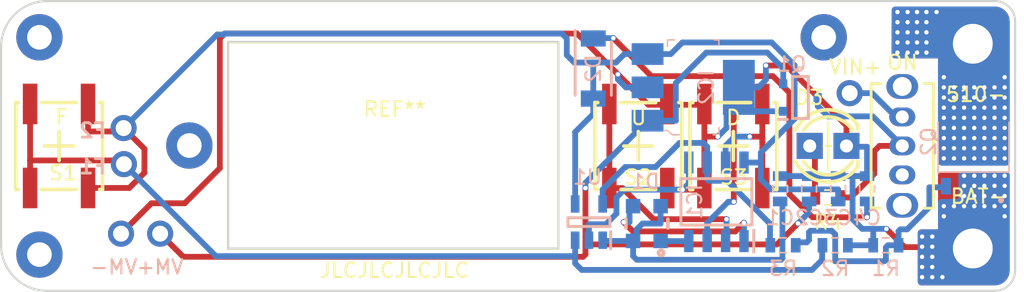
<source format=kicad_pcb>
(kicad_pcb (version 20190331) (host pcbnew 5.1.0-unknown-9e240db~82~ubuntu18.04.1)

  (general
    (thickness 1.6)
    (drawings 40)
    (tracks 369)
    (zones 0)
    (modules 32)
    (nets 20)
  )

  (page A4)
  (layers
    (0 F.Cu signal)
    (31 B.Cu signal)
    (32 B.Adhes user hide)
    (33 F.Adhes user hide)
    (34 B.Paste user hide)
    (35 F.Paste user hide)
    (36 B.SilkS user)
    (37 F.SilkS user hide)
    (38 B.Mask user)
    (39 F.Mask user hide)
    (40 Dwgs.User user hide)
    (41 Cmts.User user hide)
    (42 Eco1.User user hide)
    (43 Eco2.User user hide)
    (44 Edge.Cuts user)
    (45 Margin user hide)
    (46 B.CrtYd user hide)
    (47 F.CrtYd user hide)
    (48 B.Fab user hide)
    (49 F.Fab user hide)
  )

  (setup
    (last_trace_width 0.4)
    (user_trace_width 0.6)
    (user_trace_width 0.8)
    (user_trace_width 1)
    (trace_clearance 0.3)
    (zone_clearance 0.3)
    (zone_45_only yes)
    (trace_min 0.4)
    (via_size 0.4)
    (via_drill 0.3)
    (via_min_size 0.4)
    (via_min_drill 0.3)
    (uvia_size 0.3)
    (uvia_drill 0.1)
    (uvias_allowed no)
    (uvia_min_size 0.2)
    (uvia_min_drill 0.1)
    (edge_width 0.05)
    (segment_width 0.2)
    (pcb_text_width 0.3)
    (pcb_text_size 1.5 1.5)
    (mod_edge_width 0.12)
    (mod_text_size 1 1)
    (mod_text_width 0.15)
    (pad_size 5 5)
    (pad_drill 2.75)
    (pad_to_mask_clearance 0.051)
    (solder_mask_min_width 0.25)
    (aux_axis_origin 0 0)
    (visible_elements FFFFFF7F)
    (pcbplotparams
      (layerselection 0x010fc_ffffffff)
      (usegerberextensions false)
      (usegerberattributes false)
      (usegerberadvancedattributes false)
      (creategerberjobfile false)
      (excludeedgelayer true)
      (linewidth 0.100000)
      (plotframeref false)
      (viasonmask false)
      (mode 1)
      (useauxorigin false)
      (hpglpennumber 1)
      (hpglpenspeed 20)
      (hpglpendiameter 15.000000)
      (psnegative false)
      (psa4output false)
      (plotreference true)
      (plotvalue true)
      (plotinvisibletext false)
      (padsonsilk false)
      (subtractmaskfromsilk false)
      (outputformat 1)
      (mirror false)
      (drillshape 0)
      (scaleselection 1)
      (outputdirectory "Gerbers-ATI/"))
  )

  (net 0 "")
  (net 1 /Down)
  (net 2 "Net-(S4-Pad3)")
  (net 3 "Net-(S4-PadMH1)")
  (net 4 "Net-(S4-PadMH2)")
  (net 5 "Net-(C1-Pad1)")
  (net 6 GND)
  (net 7 /UP)
  (net 8 /510-)
  (net 9 "Net-(Q2-Pad4)")
  (net 10 /VIN+toSwitch)
  (net 11 /VIN+toR5)
  (net 12 /R5toD3)
  (net 13 /POT0%)
  (net 14 /POT100%)
  (net 15 /D2toSTR)
  (net 16 /U1OUT)
  (net 17 /VIN+fromQ1Source)
  (net 18 /S1toVS)
  (net 19 /CStoR2)

  (net_class Default "This is the default net class."
    (clearance 0.3)
    (trace_width 0.4)
    (via_dia 0.4)
    (via_drill 0.3)
    (uvia_dia 0.3)
    (uvia_drill 0.1)
    (diff_pair_width 0.4)
    (diff_pair_gap 0.25)
    (add_net /510-)
    (add_net /CStoR2)
    (add_net /D2toSTR)
    (add_net /Down)
    (add_net /POT0%)
    (add_net /POT100%)
    (add_net /R5toD3)
    (add_net /S1toVS)
    (add_net /U1OUT)
    (add_net /UP)
    (add_net /VIN+fromQ1Source)
    (add_net /VIN+toR5)
    (add_net /VIN+toSwitch)
    (add_net GND)
    (add_net "Net-(C1-Pad1)")
    (add_net "Net-(Q2-Pad4)")
    (add_net "Net-(S4-Pad3)")
    (add_net "Net-(S4-PadMH1)")
    (add_net "Net-(S4-PadMH2)")
  )

  (module "VoltMax PWM:SS-12D07-VG4NSGAPA" (layer F.Cu) (tedit 5CAA6B21) (tstamp 5CA120DD)
    (at 176.73 100.14 270)
    (descr "Description: Switch: SPDT: Normally Closed")
    (path /5CA79FEC)
    (fp_text reference S4 (at 0 -3.754 270) (layer F.SilkS) hide
      (effects (font (size 1 1) (thickness 0.15)) (justify top))
    )
    (fp_text value SS12D07VG4NSGAPA (at 0 3 270) (layer F.SilkS) hide
      (effects (font (size 1 1) (thickness 0.15)) (justify top))
    )
    (fp_line (start -5.4 2.15) (end 5.4 2.15) (layer F.CrtYd) (width 0.2))
    (fp_line (start -5.4 -2.15) (end -5.4 2.15) (layer F.CrtYd) (width 0.2))
    (fp_line (start 5.4 -2.15) (end 5.4 2.1) (layer F.CrtYd) (width 0.2))
    (fp_line (start -5.4 -2.15) (end 5.4 -2.15) (layer F.CrtYd) (width 0.2))
    (fp_line (start 4.301 1.5) (end 4.301 2.15) (layer F.SilkS) (width 0.2))
    (fp_line (start -4.301 1.5) (end -4.301 2.15) (layer F.SilkS) (width 0.2))
    (fp_line (start 4.301 -2.15) (end 4.301 -1.5) (layer F.SilkS) (width 0.2))
    (fp_line (start -4.301 2.15) (end 4.301 2.15) (layer F.SilkS) (width 0.2))
    (fp_line (start -4.301 -2.15) (end 4.301 -2.15) (layer F.SilkS) (width 0.2))
    (fp_line (start -4.301 -2.15) (end -4.301 -1.5) (layer F.SilkS) (width 0.2))
    (fp_poly (pts (xy 3.148 0.25) (xy 3.16 0.399) (xy 3.195 0.544) (xy 3.252 0.682)
      (xy 3.33 0.81) (xy 3.427 0.923) (xy 3.54 1.02) (xy 3.668 1.098)
      (xy 3.806 1.155) (xy 3.951 1.19) (xy 4.1 1.202) (xy 4.249 1.19)
      (xy 4.394 1.155) (xy 4.532 1.098) (xy 4.66 1.02) (xy 4.773 0.923)
      (xy 4.87 0.81) (xy 4.948 0.682) (xy 5.005 0.544) (xy 5.04 0.399)
      (xy 5.052 0.25) (xy 5.052 -0.25) (xy 5.04 -0.399) (xy 5.005 -0.544)
      (xy 4.948 -0.682) (xy 4.87 -0.81) (xy 4.773 -0.923) (xy 4.66 -1.02)
      (xy 4.532 -1.098) (xy 4.394 -1.155) (xy 4.249 -1.19) (xy 4.1 -1.202)
      (xy 3.951 -1.19) (xy 3.806 -1.155) (xy 3.668 -1.098) (xy 3.54 -1.02)
      (xy 3.427 -0.923) (xy 3.33 -0.81) (xy 3.252 -0.682) (xy 3.195 -0.544)
      (xy 3.16 -0.399) (xy 3.148 -0.25)) (layer F.Mask) (width 0))
    (fp_poly (pts (xy 3.148 0.25) (xy 3.16 0.399) (xy 3.195 0.544) (xy 3.252 0.682)
      (xy 3.33 0.81) (xy 3.427 0.923) (xy 3.54 1.02) (xy 3.668 1.098)
      (xy 3.806 1.155) (xy 3.951 1.19) (xy 4.1 1.202) (xy 4.249 1.19)
      (xy 4.394 1.155) (xy 4.532 1.098) (xy 4.66 1.02) (xy 4.773 0.923)
      (xy 4.87 0.81) (xy 4.948 0.682) (xy 5.005 0.544) (xy 5.04 0.399)
      (xy 5.052 0.25) (xy 5.052 -0.25) (xy 5.04 -0.399) (xy 5.005 -0.544)
      (xy 4.948 -0.682) (xy 4.87 -0.81) (xy 4.773 -0.923) (xy 4.66 -1.02)
      (xy 4.532 -1.098) (xy 4.394 -1.155) (xy 4.249 -1.19) (xy 4.1 -1.202)
      (xy 3.951 -1.19) (xy 3.806 -1.155) (xy 3.668 -1.098) (xy 3.54 -1.02)
      (xy 3.427 -0.923) (xy 3.33 -0.81) (xy 3.252 -0.682) (xy 3.195 -0.544)
      (xy 3.16 -0.399) (xy 3.148 -0.25)) (layer B.Mask) (width 0))
    (fp_poly (pts (xy 4.949 -0.25) (xy 4.939 -0.383) (xy 4.907 -0.512) (xy 4.856 -0.635)
      (xy 4.787 -0.749) (xy 4.7 -0.85) (xy 4.599 -0.937) (xy 4.485 -1.006)
      (xy 4.362 -1.057) (xy 4.233 -1.089) (xy 4.1 -1.099) (xy 3.967 -1.089)
      (xy 3.838 -1.057) (xy 3.715 -1.006) (xy 3.601 -0.937) (xy 3.5 -0.85)
      (xy 3.413 -0.749) (xy 3.344 -0.635) (xy 3.293 -0.512) (xy 3.261 -0.383)
      (xy 3.251 -0.25) (xy 3.251 0.25) (xy 3.261 0.383) (xy 3.293 0.512)
      (xy 3.344 0.635) (xy 3.413 0.749) (xy 3.5 0.85) (xy 3.601 0.937)
      (xy 3.715 1.006) (xy 3.838 1.057) (xy 3.967 1.089) (xy 4.1 1.099)
      (xy 4.233 1.089) (xy 4.362 1.057) (xy 4.485 1.006) (xy 4.599 0.937)
      (xy 4.7 0.85) (xy 4.787 0.749) (xy 4.856 0.635) (xy 4.907 0.512)
      (xy 4.939 0.383) (xy 4.949 0.25)) (layer B.Cu) (width 0))
    (fp_poly (pts (xy 4.949 -0.25) (xy 4.939 -0.383) (xy 4.907 -0.512) (xy 4.856 -0.635)
      (xy 4.787 -0.749) (xy 4.7 -0.85) (xy 4.599 -0.937) (xy 4.485 -1.006)
      (xy 4.362 -1.057) (xy 4.233 -1.089) (xy 4.1 -1.099) (xy 3.967 -1.089)
      (xy 3.838 -1.057) (xy 3.715 -1.006) (xy 3.601 -0.937) (xy 3.5 -0.85)
      (xy 3.413 -0.749) (xy 3.344 -0.635) (xy 3.293 -0.512) (xy 3.261 -0.383)
      (xy 3.251 -0.25) (xy 3.251 0.25) (xy 3.261 0.383) (xy 3.293 0.512)
      (xy 3.344 0.635) (xy 3.413 0.749) (xy 3.5 0.85) (xy 3.601 0.937)
      (xy 3.715 1.006) (xy 3.838 1.057) (xy 3.967 1.089) (xy 4.1 1.099)
      (xy 4.233 1.089) (xy 4.362 1.057) (xy 4.485 1.006) (xy 4.599 0.937)
      (xy 4.7 0.85) (xy 4.787 0.749) (xy 4.856 0.635) (xy 4.907 0.512)
      (xy 4.939 0.383) (xy 4.949 0.25)) (layer F.Cu) (width 0))
    (fp_poly (pts (xy -5.052 0.25) (xy -5.04 0.399) (xy -5.005 0.544) (xy -4.948 0.682)
      (xy -4.87 0.81) (xy -4.773 0.923) (xy -4.66 1.02) (xy -4.532 1.098)
      (xy -4.394 1.155) (xy -4.249 1.19) (xy -4.1 1.202) (xy -3.951 1.19)
      (xy -3.806 1.155) (xy -3.668 1.098) (xy -3.54 1.02) (xy -3.427 0.923)
      (xy -3.33 0.81) (xy -3.252 0.682) (xy -3.195 0.544) (xy -3.16 0.399)
      (xy -3.148 0.25) (xy -3.148 -0.25) (xy -3.16 -0.399) (xy -3.195 -0.544)
      (xy -3.252 -0.682) (xy -3.33 -0.81) (xy -3.427 -0.923) (xy -3.54 -1.02)
      (xy -3.668 -1.098) (xy -3.806 -1.155) (xy -3.951 -1.19) (xy -4.1 -1.202)
      (xy -4.249 -1.19) (xy -4.394 -1.155) (xy -4.532 -1.098) (xy -4.66 -1.02)
      (xy -4.773 -0.923) (xy -4.87 -0.81) (xy -4.948 -0.682) (xy -5.005 -0.544)
      (xy -5.04 -0.399) (xy -5.052 -0.25)) (layer F.Mask) (width 0))
    (fp_poly (pts (xy -5.052 0.25) (xy -5.04 0.399) (xy -5.005 0.544) (xy -4.948 0.682)
      (xy -4.87 0.81) (xy -4.773 0.923) (xy -4.66 1.02) (xy -4.532 1.098)
      (xy -4.394 1.155) (xy -4.249 1.19) (xy -4.1 1.202) (xy -3.951 1.19)
      (xy -3.806 1.155) (xy -3.668 1.098) (xy -3.54 1.02) (xy -3.427 0.923)
      (xy -3.33 0.81) (xy -3.252 0.682) (xy -3.195 0.544) (xy -3.16 0.399)
      (xy -3.148 0.25) (xy -3.148 -0.25) (xy -3.16 -0.399) (xy -3.195 -0.544)
      (xy -3.252 -0.682) (xy -3.33 -0.81) (xy -3.427 -0.923) (xy -3.54 -1.02)
      (xy -3.668 -1.098) (xy -3.806 -1.155) (xy -3.951 -1.19) (xy -4.1 -1.202)
      (xy -4.249 -1.19) (xy -4.394 -1.155) (xy -4.532 -1.098) (xy -4.66 -1.02)
      (xy -4.773 -0.923) (xy -4.87 -0.81) (xy -4.948 -0.682) (xy -5.005 -0.544)
      (xy -5.04 -0.399) (xy -5.052 -0.25)) (layer B.Mask) (width 0))
    (fp_poly (pts (xy -3.251 -0.25) (xy -3.261 -0.383) (xy -3.293 -0.512) (xy -3.344 -0.635)
      (xy -3.413 -0.749) (xy -3.5 -0.85) (xy -3.601 -0.937) (xy -3.715 -1.006)
      (xy -3.838 -1.057) (xy -3.967 -1.089) (xy -4.1 -1.099) (xy -4.233 -1.089)
      (xy -4.362 -1.057) (xy -4.485 -1.006) (xy -4.599 -0.937) (xy -4.7 -0.85)
      (xy -4.787 -0.749) (xy -4.856 -0.635) (xy -4.907 -0.512) (xy -4.939 -0.383)
      (xy -4.949 -0.25) (xy -4.949 0.25) (xy -4.939 0.383) (xy -4.907 0.512)
      (xy -4.856 0.635) (xy -4.787 0.749) (xy -4.7 0.85) (xy -4.599 0.937)
      (xy -4.485 1.006) (xy -4.362 1.057) (xy -4.233 1.089) (xy -4.1 1.099)
      (xy -3.967 1.089) (xy -3.838 1.057) (xy -3.715 1.006) (xy -3.601 0.937)
      (xy -3.5 0.85) (xy -3.413 0.749) (xy -3.344 0.635) (xy -3.293 0.512)
      (xy -3.261 0.383) (xy -3.251 0.25)) (layer B.Cu) (width 0))
    (fp_poly (pts (xy -3.251 -0.25) (xy -3.261 -0.383) (xy -3.293 -0.512) (xy -3.344 -0.635)
      (xy -3.413 -0.749) (xy -3.5 -0.85) (xy -3.601 -0.937) (xy -3.715 -1.006)
      (xy -3.838 -1.057) (xy -3.967 -1.089) (xy -4.1 -1.099) (xy -4.233 -1.089)
      (xy -4.362 -1.057) (xy -4.485 -1.006) (xy -4.599 -0.937) (xy -4.7 -0.85)
      (xy -4.787 -0.749) (xy -4.856 -0.635) (xy -4.907 -0.512) (xy -4.939 -0.383)
      (xy -4.949 -0.25) (xy -4.949 0.25) (xy -4.939 0.383) (xy -4.907 0.512)
      (xy -4.856 0.635) (xy -4.787 0.749) (xy -4.7 0.85) (xy -4.599 0.937)
      (xy -4.485 1.006) (xy -4.362 1.057) (xy -4.233 1.089) (xy -4.1 1.099)
      (xy -3.967 1.089) (xy -3.838 1.057) (xy -3.715 1.006) (xy -3.601 0.937)
      (xy -3.5 0.85) (xy -3.413 0.749) (xy -3.344 0.635) (xy -3.293 0.512)
      (xy -3.261 0.383) (xy -3.251 0.25)) (layer F.Cu) (width 0))
    (fp_poly (pts (xy 1.248 0.25) (xy 1.257 0.368) (xy 1.285 0.482) (xy 1.33 0.591)
      (xy 1.392 0.692) (xy 1.468 0.782) (xy 1.558 0.858) (xy 1.659 0.92)
      (xy 1.768 0.965) (xy 1.882 0.993) (xy 2 1.002) (xy 2.118 0.993)
      (xy 2.232 0.965) (xy 2.341 0.92) (xy 2.442 0.858) (xy 2.532 0.782)
      (xy 2.608 0.692) (xy 2.67 0.591) (xy 2.715 0.482) (xy 2.743 0.368)
      (xy 2.752 0.25) (xy 2.752 -0.25) (xy 2.743 -0.368) (xy 2.715 -0.482)
      (xy 2.67 -0.591) (xy 2.608 -0.692) (xy 2.532 -0.782) (xy 2.442 -0.858)
      (xy 2.341 -0.92) (xy 2.232 -0.965) (xy 2.118 -0.993) (xy 2 -1.002)
      (xy 1.882 -0.993) (xy 1.768 -0.965) (xy 1.659 -0.92) (xy 1.558 -0.858)
      (xy 1.468 -0.782) (xy 1.392 -0.692) (xy 1.33 -0.591) (xy 1.285 -0.482)
      (xy 1.257 -0.368) (xy 1.248 -0.25)) (layer F.Mask) (width 0))
    (fp_poly (pts (xy 1.248 0.25) (xy 1.257 0.368) (xy 1.285 0.482) (xy 1.33 0.591)
      (xy 1.392 0.692) (xy 1.468 0.782) (xy 1.558 0.858) (xy 1.659 0.92)
      (xy 1.768 0.965) (xy 1.882 0.993) (xy 2 1.002) (xy 2.118 0.993)
      (xy 2.232 0.965) (xy 2.341 0.92) (xy 2.442 0.858) (xy 2.532 0.782)
      (xy 2.608 0.692) (xy 2.67 0.591) (xy 2.715 0.482) (xy 2.743 0.368)
      (xy 2.752 0.25) (xy 2.752 -0.25) (xy 2.743 -0.368) (xy 2.715 -0.482)
      (xy 2.67 -0.591) (xy 2.608 -0.692) (xy 2.532 -0.782) (xy 2.442 -0.858)
      (xy 2.341 -0.92) (xy 2.232 -0.965) (xy 2.118 -0.993) (xy 2 -1.002)
      (xy 1.882 -0.993) (xy 1.768 -0.965) (xy 1.659 -0.92) (xy 1.558 -0.858)
      (xy 1.468 -0.782) (xy 1.392 -0.692) (xy 1.33 -0.591) (xy 1.285 -0.482)
      (xy 1.257 -0.368) (xy 1.248 -0.25)) (layer B.Mask) (width 0))
    (fp_poly (pts (xy 2.649 -0.25) (xy 2.641 -0.352) (xy 2.617 -0.451) (xy 2.578 -0.545)
      (xy 2.525 -0.631) (xy 2.459 -0.709) (xy 2.381 -0.775) (xy 2.295 -0.828)
      (xy 2.201 -0.867) (xy 2.102 -0.891) (xy 2 -0.899) (xy 1.898 -0.891)
      (xy 1.799 -0.867) (xy 1.705 -0.828) (xy 1.619 -0.775) (xy 1.541 -0.709)
      (xy 1.475 -0.631) (xy 1.422 -0.545) (xy 1.383 -0.451) (xy 1.359 -0.352)
      (xy 1.351 -0.25) (xy 1.351 0.25) (xy 1.359 0.352) (xy 1.383 0.451)
      (xy 1.422 0.545) (xy 1.475 0.631) (xy 1.541 0.709) (xy 1.619 0.775)
      (xy 1.705 0.828) (xy 1.799 0.867) (xy 1.898 0.891) (xy 2 0.899)
      (xy 2.102 0.891) (xy 2.201 0.867) (xy 2.295 0.828) (xy 2.381 0.775)
      (xy 2.459 0.709) (xy 2.525 0.631) (xy 2.578 0.545) (xy 2.617 0.451)
      (xy 2.641 0.352) (xy 2.649 0.25)) (layer B.Cu) (width 0))
    (fp_poly (pts (xy 2.649 -0.25) (xy 2.641 -0.352) (xy 2.617 -0.451) (xy 2.578 -0.545)
      (xy 2.525 -0.631) (xy 2.459 -0.709) (xy 2.381 -0.775) (xy 2.295 -0.828)
      (xy 2.201 -0.867) (xy 2.102 -0.891) (xy 2 -0.899) (xy 1.898 -0.891)
      (xy 1.799 -0.867) (xy 1.705 -0.828) (xy 1.619 -0.775) (xy 1.541 -0.709)
      (xy 1.475 -0.631) (xy 1.422 -0.545) (xy 1.383 -0.451) (xy 1.359 -0.352)
      (xy 1.351 -0.25) (xy 1.351 0.25) (xy 1.359 0.352) (xy 1.383 0.451)
      (xy 1.422 0.545) (xy 1.475 0.631) (xy 1.541 0.709) (xy 1.619 0.775)
      (xy 1.705 0.828) (xy 1.799 0.867) (xy 1.898 0.891) (xy 2 0.899)
      (xy 2.102 0.891) (xy 2.201 0.867) (xy 2.295 0.828) (xy 2.381 0.775)
      (xy 2.459 0.709) (xy 2.525 0.631) (xy 2.578 0.545) (xy 2.617 0.451)
      (xy 2.641 0.352) (xy 2.649 0.25)) (layer F.Cu) (width 0))
    (fp_poly (pts (xy -0.752 0.25) (xy -0.743 0.368) (xy -0.715 0.482) (xy -0.67 0.591)
      (xy -0.608 0.692) (xy -0.532 0.782) (xy -0.442 0.858) (xy -0.341 0.92)
      (xy -0.232 0.965) (xy -0.118 0.993) (xy 0 1.002) (xy 0.118 0.993)
      (xy 0.232 0.965) (xy 0.341 0.92) (xy 0.442 0.858) (xy 0.532 0.782)
      (xy 0.608 0.692) (xy 0.67 0.591) (xy 0.715 0.482) (xy 0.743 0.368)
      (xy 0.752 0.25) (xy 0.752 -0.25) (xy 0.743 -0.368) (xy 0.715 -0.482)
      (xy 0.67 -0.591) (xy 0.608 -0.692) (xy 0.532 -0.782) (xy 0.442 -0.858)
      (xy 0.341 -0.92) (xy 0.232 -0.965) (xy 0.118 -0.993) (xy 0 -1.002)
      (xy -0.118 -0.993) (xy -0.232 -0.965) (xy -0.341 -0.92) (xy -0.442 -0.858)
      (xy -0.532 -0.782) (xy -0.608 -0.692) (xy -0.67 -0.591) (xy -0.715 -0.482)
      (xy -0.743 -0.368) (xy -0.752 -0.25)) (layer F.Mask) (width 0))
    (fp_poly (pts (xy -0.752 0.25) (xy -0.743 0.368) (xy -0.715 0.482) (xy -0.67 0.591)
      (xy -0.608 0.692) (xy -0.532 0.782) (xy -0.442 0.858) (xy -0.341 0.92)
      (xy -0.232 0.965) (xy -0.118 0.993) (xy 0 1.002) (xy 0.118 0.993)
      (xy 0.232 0.965) (xy 0.341 0.92) (xy 0.442 0.858) (xy 0.532 0.782)
      (xy 0.608 0.692) (xy 0.67 0.591) (xy 0.715 0.482) (xy 0.743 0.368)
      (xy 0.752 0.25) (xy 0.752 -0.25) (xy 0.743 -0.368) (xy 0.715 -0.482)
      (xy 0.67 -0.591) (xy 0.608 -0.692) (xy 0.532 -0.782) (xy 0.442 -0.858)
      (xy 0.341 -0.92) (xy 0.232 -0.965) (xy 0.118 -0.993) (xy 0 -1.002)
      (xy -0.118 -0.993) (xy -0.232 -0.965) (xy -0.341 -0.92) (xy -0.442 -0.858)
      (xy -0.532 -0.782) (xy -0.608 -0.692) (xy -0.67 -0.591) (xy -0.715 -0.482)
      (xy -0.743 -0.368) (xy -0.752 -0.25)) (layer B.Mask) (width 0))
    (fp_poly (pts (xy 0.649 -0.25) (xy 0.641 -0.352) (xy 0.617 -0.451) (xy 0.578 -0.545)
      (xy 0.525 -0.631) (xy 0.459 -0.709) (xy 0.381 -0.775) (xy 0.295 -0.828)
      (xy 0.201 -0.867) (xy 0.102 -0.891) (xy 0 -0.899) (xy -0.102 -0.891)
      (xy -0.201 -0.867) (xy -0.295 -0.828) (xy -0.381 -0.775) (xy -0.459 -0.709)
      (xy -0.525 -0.631) (xy -0.578 -0.545) (xy -0.617 -0.451) (xy -0.641 -0.352)
      (xy -0.649 -0.25) (xy -0.649 0.25) (xy -0.641 0.352) (xy -0.617 0.451)
      (xy -0.578 0.545) (xy -0.525 0.631) (xy -0.459 0.709) (xy -0.381 0.775)
      (xy -0.295 0.828) (xy -0.201 0.867) (xy -0.102 0.891) (xy 0 0.899)
      (xy 0.102 0.891) (xy 0.201 0.867) (xy 0.295 0.828) (xy 0.381 0.775)
      (xy 0.459 0.709) (xy 0.525 0.631) (xy 0.578 0.545) (xy 0.617 0.451)
      (xy 0.641 0.352) (xy 0.649 0.25)) (layer B.Cu) (width 0))
    (fp_poly (pts (xy 0.649 -0.25) (xy 0.641 -0.352) (xy 0.617 -0.451) (xy 0.578 -0.545)
      (xy 0.525 -0.631) (xy 0.459 -0.709) (xy 0.381 -0.775) (xy 0.295 -0.828)
      (xy 0.201 -0.867) (xy 0.102 -0.891) (xy 0 -0.899) (xy -0.102 -0.891)
      (xy -0.201 -0.867) (xy -0.295 -0.828) (xy -0.381 -0.775) (xy -0.459 -0.709)
      (xy -0.525 -0.631) (xy -0.578 -0.545) (xy -0.617 -0.451) (xy -0.641 -0.352)
      (xy -0.649 -0.25) (xy -0.649 0.25) (xy -0.641 0.352) (xy -0.617 0.451)
      (xy -0.578 0.545) (xy -0.525 0.631) (xy -0.459 0.709) (xy -0.381 0.775)
      (xy -0.295 0.828) (xy -0.201 0.867) (xy -0.102 0.891) (xy 0 0.899)
      (xy 0.102 0.891) (xy 0.201 0.867) (xy 0.295 0.828) (xy 0.381 0.775)
      (xy 0.459 0.709) (xy 0.525 0.631) (xy 0.578 0.545) (xy 0.617 0.451)
      (xy 0.641 0.352) (xy 0.649 0.25)) (layer F.Cu) (width 0))
    (fp_poly (pts (xy -2.752 0.25) (xy -2.743 0.368) (xy -2.715 0.482) (xy -2.67 0.591)
      (xy -2.608 0.692) (xy -2.532 0.782) (xy -2.442 0.858) (xy -2.341 0.92)
      (xy -2.232 0.965) (xy -2.118 0.993) (xy -2 1.002) (xy -1.882 0.993)
      (xy -1.768 0.965) (xy -1.659 0.92) (xy -1.558 0.858) (xy -1.468 0.782)
      (xy -1.392 0.692) (xy -1.33 0.591) (xy -1.285 0.482) (xy -1.257 0.368)
      (xy -1.248 0.25) (xy -1.248 -0.25) (xy -1.257 -0.368) (xy -1.285 -0.482)
      (xy -1.33 -0.591) (xy -1.392 -0.692) (xy -1.468 -0.782) (xy -1.558 -0.858)
      (xy -1.659 -0.92) (xy -1.768 -0.965) (xy -1.882 -0.993) (xy -2 -1.002)
      (xy -2.118 -0.993) (xy -2.232 -0.965) (xy -2.341 -0.92) (xy -2.442 -0.858)
      (xy -2.532 -0.782) (xy -2.608 -0.692) (xy -2.67 -0.591) (xy -2.715 -0.482)
      (xy -2.743 -0.368) (xy -2.752 -0.25)) (layer F.Mask) (width 0))
    (fp_poly (pts (xy -2.752 0.25) (xy -2.743 0.368) (xy -2.715 0.482) (xy -2.67 0.591)
      (xy -2.608 0.692) (xy -2.532 0.782) (xy -2.442 0.858) (xy -2.341 0.92)
      (xy -2.232 0.965) (xy -2.118 0.993) (xy -2 1.002) (xy -1.882 0.993)
      (xy -1.768 0.965) (xy -1.659 0.92) (xy -1.558 0.858) (xy -1.468 0.782)
      (xy -1.392 0.692) (xy -1.33 0.591) (xy -1.285 0.482) (xy -1.257 0.368)
      (xy -1.248 0.25) (xy -1.248 -0.25) (xy -1.257 -0.368) (xy -1.285 -0.482)
      (xy -1.33 -0.591) (xy -1.392 -0.692) (xy -1.468 -0.782) (xy -1.558 -0.858)
      (xy -1.659 -0.92) (xy -1.768 -0.965) (xy -1.882 -0.993) (xy -2 -1.002)
      (xy -2.118 -0.993) (xy -2.232 -0.965) (xy -2.341 -0.92) (xy -2.442 -0.858)
      (xy -2.532 -0.782) (xy -2.608 -0.692) (xy -2.67 -0.591) (xy -2.715 -0.482)
      (xy -2.743 -0.368) (xy -2.752 -0.25)) (layer B.Mask) (width 0))
    (fp_poly (pts (xy -1.351 -0.25) (xy -1.359 -0.352) (xy -1.383 -0.451) (xy -1.422 -0.545)
      (xy -1.475 -0.631) (xy -1.541 -0.709) (xy -1.619 -0.775) (xy -1.705 -0.828)
      (xy -1.799 -0.867) (xy -1.898 -0.891) (xy -2 -0.899) (xy -2.102 -0.891)
      (xy -2.201 -0.867) (xy -2.295 -0.828) (xy -2.381 -0.775) (xy -2.459 -0.709)
      (xy -2.525 -0.631) (xy -2.578 -0.545) (xy -2.617 -0.451) (xy -2.641 -0.352)
      (xy -2.649 -0.25) (xy -2.649 0.25) (xy -2.641 0.352) (xy -2.617 0.451)
      (xy -2.578 0.545) (xy -2.525 0.631) (xy -2.459 0.709) (xy -2.381 0.775)
      (xy -2.295 0.828) (xy -2.201 0.867) (xy -2.102 0.891) (xy -2 0.899)
      (xy -1.898 0.891) (xy -1.799 0.867) (xy -1.705 0.828) (xy -1.619 0.775)
      (xy -1.541 0.709) (xy -1.475 0.631) (xy -1.422 0.545) (xy -1.383 0.451)
      (xy -1.359 0.352) (xy -1.351 0.25)) (layer B.Cu) (width 0))
    (fp_poly (pts (xy -1.351 -0.25) (xy -1.359 -0.352) (xy -1.383 -0.451) (xy -1.422 -0.545)
      (xy -1.475 -0.631) (xy -1.541 -0.709) (xy -1.619 -0.775) (xy -1.705 -0.828)
      (xy -1.799 -0.867) (xy -1.898 -0.891) (xy -2 -0.899) (xy -2.102 -0.891)
      (xy -2.201 -0.867) (xy -2.295 -0.828) (xy -2.381 -0.775) (xy -2.459 -0.709)
      (xy -2.525 -0.631) (xy -2.578 -0.545) (xy -2.617 -0.451) (xy -2.641 -0.352)
      (xy -2.649 -0.25) (xy -2.649 0.25) (xy -2.641 0.352) (xy -2.617 0.451)
      (xy -2.578 0.545) (xy -2.525 0.631) (xy -2.459 0.709) (xy -2.381 0.775)
      (xy -2.295 0.828) (xy -2.201 0.867) (xy -2.102 0.891) (xy -2 0.899)
      (xy -1.898 0.891) (xy -1.799 0.867) (xy -1.705 0.828) (xy -1.619 0.775)
      (xy -1.541 0.709) (xy -1.475 0.631) (xy -1.422 0.545) (xy -1.383 0.451)
      (xy -1.359 0.352) (xy -1.351 0.25)) (layer F.Cu) (width 0))
    (pad MH2 thru_hole circle (at 4.1 0) (size 1.7 1.7) (drill 1.3) (layers *.Cu *.Mask)
      (net 4 "Net-(S4-PadMH2)") (solder_mask_margin 0.1016) (zone_connect 2))
    (pad MH1 thru_hole circle (at -4.1 0) (size 1.7 1.7) (drill 1.3) (layers *.Cu *.Mask)
      (net 3 "Net-(S4-PadMH1)") (solder_mask_margin 0.1016) (zone_connect 2))
    (pad 3 thru_hole circle (at 2 0) (size 1.3 1.3) (drill 0.9) (layers *.Cu *.Mask)
      (net 2 "Net-(S4-Pad3)") (solder_mask_margin 0.1016) (zone_connect 2))
    (pad 2 thru_hole circle (at 0 0) (size 1.3 1.3) (drill 0.9) (layers *.Cu *.Mask)
      (net 11 /VIN+toR5) (solder_mask_margin 0.1016) (zone_connect 2))
    (pad 1 thru_hole circle (at -2 0) (size 1.3 1.3) (drill 0.9) (layers *.Cu *.Mask)
      (net 10 /VIN+toSwitch) (solder_mask_margin 0.1016) (zone_connect 2))
    (model "${KIPRJMOD}/VoltMax PWM.pretty/OS102011MS2QN1.stp"
      (offset (xyz 0 0 4))
      (scale (xyz 1 1.1 1))
      (rotate (xyz -90 0 0))
    )
  )

  (module "VoltMax PWM:0.36_inch_VM" (layer F.Cu) (tedit 5CAA511F) (tstamp 5CAAE9C7)
    (at 141.7 100.3)
    (fp_text reference REF** (at 0 -2.69) (layer F.SilkS)
      (effects (font (size 1 1) (thickness 0.15)))
    )
    (fp_text value 0.36_inch_VM (at 0 -0.73) (layer F.Fab) hide
      (effects (font (size 1 1) (thickness 0.15)))
    )
    (fp_line (start 11.2781 -7.3084) (end -11.5219 -7.3084) (layer F.SilkS) (width 0.15))
    (fp_line (start -11.5219 -7.3084) (end -11.5219 6.9516) (layer F.SilkS) (width 0.15))
    (fp_line (start -11.5219 6.9516) (end 11.2781 6.9516) (layer F.SilkS) (width 0.15))
    (fp_line (start 11.2781 6.9516) (end 11.2781 -7.3084) (layer F.SilkS) (width 0.15))
    (model "${KIPRJMOD}/VoltMax PWM.pretty/XDxx09x3.step"
      (offset (xyz -0.1 0.15 4.45))
      (scale (xyz 1.018 1 1.022))
      (rotate (xyz -90 0 0))
    )
  )

  (module "VoltMax PWM:PSMN1R2-25YLC_115" (layer B.Cu) (tedit 5CAA583B) (tstamp 5C9FCF67)
    (at 181.65 98 180)
    (descr "LFPAK56; PowerSO8 (SOT669)")
    (tags "MOSFET (N-Channel)")
    (path /5C9B7A79)
    (attr smd)
    (fp_text reference Q2 (at 3.1 -1.85 90) (layer B.SilkS)
      (effects (font (size 1 1) (thickness 0.15)) (justify mirror))
    )
    (fp_text value PSMN1R2-25YLC_115 (at 0.04 4.194 180) (layer B.SilkS) hide
      (effects (font (size 1.27 1.27) (thickness 0.254)) (justify mirror))
    )
    (fp_arc (start -1.9 -5.9) (end -1.8 -5.9) (angle -180) (layer B.SilkS) (width 0.2))
    (fp_arc (start -1.9 -5.9) (end -2 -5.9) (angle -180) (layer B.SilkS) (width 0.2))
    (fp_line (start -1.8 -5.9) (end -1.8 -5.9) (layer B.SilkS) (width 0.2))
    (fp_line (start -2 -5.9) (end -2 -5.9) (layer B.SilkS) (width 0.2))
    (fp_line (start 2.45 -3.95) (end 2.45 -0.5) (layer B.SilkS) (width 0.1))
    (fp_line (start -2.45 -3.95) (end 2.45 -3.95) (layer B.SilkS) (width 0.1))
    (fp_line (start -2.45 -0.5) (end -2.45 -3.95) (layer B.SilkS) (width 0.1))
    (fp_line (start -3.45 -7) (end -3.45 2.3) (layer Dwgs.User) (width 0.1))
    (fp_line (start 3.45 -7) (end -3.45 -7) (layer Dwgs.User) (width 0.1))
    (fp_line (start 3.45 2.3) (end 3.45 -7) (layer Dwgs.User) (width 0.1))
    (fp_line (start -3.45 2.3) (end 3.45 2.3) (layer Dwgs.User) (width 0.1))
    (fp_line (start -2.45 -3.95) (end -2.45 0) (layer Dwgs.User) (width 0.2))
    (fp_line (start 2.45 -3.95) (end -2.45 -3.95) (layer Dwgs.User) (width 0.2))
    (fp_line (start 2.45 0) (end 2.45 -3.95) (layer Dwgs.User) (width 0.2))
    (fp_line (start -2.45 0) (end 2.45 0) (layer Dwgs.User) (width 0.2))
    (pad 6 smd rect (at 0 0.55 90) (size 1.5 4.7) (layers B.Cu B.Paste B.Mask)
      (net 8 /510-))
    (pad 5 smd rect (at 0 -1.75 90) (size 3.1 4.2) (layers B.Cu B.Paste B.Mask)
      (net 8 /510-))
    (pad 4 smd rect (at 1.905 -4.925 180) (size 0.7 1.15) (layers B.Cu B.Paste B.Mask)
      (net 9 "Net-(Q2-Pad4)"))
    (pad 3 smd rect (at 0.635 -4.925 180) (size 0.7 1.15) (layers B.Cu B.Paste B.Mask)
      (net 6 GND))
    (pad 2 smd rect (at -0.635 -4.925 180) (size 0.7 1.15) (layers B.Cu B.Paste B.Mask)
      (net 6 GND))
    (pad 1 smd rect (at -1.905 -4.925 180) (size 0.7 1.15) (layers B.Cu B.Paste B.Mask)
      (net 6 GND))
    (model "${KIPRJMOD}/VoltMax PWM.pretty/SOT-669_LFPAK.step"
      (offset (xyz 0 -2 0))
      (scale (xyz 1 1 1))
      (rotate (xyz 0 0 -90))
    )
  )

  (module "VoltMax PWM:SolderWirePad_single_2-75mmDrill" (layer F.Cu) (tedit 5CAA6D7D) (tstamp 5C9FCF39)
    (at 181.6 93.09)
    (descr "Wire solder connection")
    (tags connector)
    (path /5CC1E23A)
    (attr virtual)
    (fp_text reference J2 (at 0 -3.5) (layer F.SilkS) hide
      (effects (font (size 1 1) (thickness 0.15)))
    )
    (fp_text value 510- (at 0.2 3.5 180) (layer F.SilkS)
      (effects (font (size 1 1) (thickness 0.15)))
    )
    (fp_line (start 2.6 2.6) (end -2.6 2.6) (layer F.CrtYd) (width 0.05))
    (fp_line (start 2.6 2.6) (end 2.6 -2.6) (layer F.CrtYd) (width 0.05))
    (fp_line (start -2.6 -2.6) (end -2.6 2.6) (layer F.CrtYd) (width 0.05))
    (fp_line (start -2.6 -2.6) (end 2.6 -2.6) (layer F.CrtYd) (width 0.05))
    (fp_text user %R (at 0 0) (layer F.Fab)
      (effects (font (size 1 1) (thickness 0.15)))
    )
    (pad 1 thru_hole circle (at 0 0) (size 5 5) (drill 2.75) (layers *.Cu *.Mask)
      (net 8 /510-))
  )

  (module "VoltMax PWM:SolderWirePad_single_2-75mmDrill" (layer F.Cu) (tedit 5CAA6D7D) (tstamp 5C9FCF2F)
    (at 181.6 107.22)
    (descr "Wire solder connection")
    (tags connector)
    (path /5CBF5CDE)
    (attr virtual)
    (fp_text reference J1 (at 0 -5.08) (layer F.SilkS) hide
      (effects (font (size 1 1) (thickness 0.15)))
    )
    (fp_text value BAT- (at 0.4 -3.6) (layer F.SilkS)
      (effects (font (size 1 1) (thickness 0.15)))
    )
    (fp_line (start 2.6 2.6) (end -2.6 2.6) (layer F.CrtYd) (width 0.05))
    (fp_line (start 2.6 2.6) (end 2.6 -2.6) (layer F.CrtYd) (width 0.05))
    (fp_line (start -2.6 -2.6) (end -2.6 2.6) (layer F.CrtYd) (width 0.05))
    (fp_line (start -2.6 -2.6) (end 2.6 -2.6) (layer F.CrtYd) (width 0.05))
    (fp_text user %R (at 0 0) (layer F.Fab)
      (effects (font (size 1 1) (thickness 0.15)))
    )
    (pad 1 thru_hole circle (at 0 0) (size 5 5) (drill 2.75) (layers *.Cu *.Mask)
      (net 6 GND))
  )

  (module "VoltMax PWM:Mount_PAD_VM" (layer F.Cu) (tedit 5CAA5FD0) (tstamp 5C881079)
    (at 117.169 107.644 90)
    (fp_text reference PAD2 (at 0 0 90) (layer F.SilkS) hide
      (effects (font (size 1.27 1.27) (thickness 0.15)))
    )
    (fp_text value Mount_PAD_VM (at 0 0 90) (layer F.SilkS) hide
      (effects (font (size 1.27 1.27) (thickness 0.15)))
    )
    (fp_line (start -2.5 -2.5) (end 2.5 -2.5) (layer B.CrtYd) (width 0.12))
    (fp_line (start -2.5 2.5) (end -2.5 -2.5) (layer B.CrtYd) (width 0.12))
    (fp_line (start 2.5 2.5) (end -2.5 2.5) (layer B.CrtYd) (width 0.12))
    (fp_line (start 2.5 -2.5) (end 2.5 2.5) (layer B.CrtYd) (width 0.12))
    (fp_line (start 2.5 2.5) (end -2.5 2.5) (layer F.CrtYd) (width 0.12))
    (fp_line (start 2.5 -2.5) (end 2.5 2.5) (layer F.CrtYd) (width 0.12))
    (fp_line (start -2.5 2.5) (end -2.5 -2.5) (layer F.CrtYd) (width 0.12))
    (fp_line (start -2.5 -2.5) (end 2.5 -2.5) (layer F.CrtYd) (width 0.12))
    (pad 1 thru_hole circle (at 0 0 90) (size 3.2 3.2) (drill 1.7) (layers *.Cu *.Mask)
      (zone_connect 2))
  )

  (module "VoltMax PWM:Mount_PAD_VM" (layer F.Cu) (tedit 5CAA5FD0) (tstamp 5C880FC5)
    (at 117.169 92.6436 90)
    (fp_text reference PAD1 (at 0 0 90) (layer F.SilkS) hide
      (effects (font (size 1.27 1.27) (thickness 0.15)))
    )
    (fp_text value Mount_PAD_VM (at 0 0 90) (layer F.SilkS) hide
      (effects (font (size 1.27 1.27) (thickness 0.15)))
    )
    (fp_line (start -2.5 -2.5) (end 2.5 -2.5) (layer B.CrtYd) (width 0.12))
    (fp_line (start -2.5 2.5) (end -2.5 -2.5) (layer B.CrtYd) (width 0.12))
    (fp_line (start 2.5 2.5) (end -2.5 2.5) (layer B.CrtYd) (width 0.12))
    (fp_line (start 2.5 -2.5) (end 2.5 2.5) (layer B.CrtYd) (width 0.12))
    (fp_line (start 2.5 2.5) (end -2.5 2.5) (layer F.CrtYd) (width 0.12))
    (fp_line (start 2.5 -2.5) (end 2.5 2.5) (layer F.CrtYd) (width 0.12))
    (fp_line (start -2.5 2.5) (end -2.5 -2.5) (layer F.CrtYd) (width 0.12))
    (fp_line (start -2.5 -2.5) (end 2.5 -2.5) (layer F.CrtYd) (width 0.12))
    (pad 1 thru_hole circle (at 0 0 90) (size 3.2 3.2) (drill 1.7) (layers *.Cu *.Mask)
      (zone_connect 2))
  )

  (module "VoltMax PWM:Mount_PAD_VM" (layer F.Cu) (tedit 5CAA5FD0) (tstamp 5C88109E)
    (at 171.309 92.6436 90)
    (fp_text reference PAD3 (at 0 0 90) (layer F.SilkS) hide
      (effects (font (size 1.27 1.27) (thickness 0.15)))
    )
    (fp_text value Mount_PAD_VM (at 0 0 90) (layer F.SilkS) hide
      (effects (font (size 1.27 1.27) (thickness 0.15)))
    )
    (fp_line (start -2.5 -2.5) (end 2.5 -2.5) (layer B.CrtYd) (width 0.12))
    (fp_line (start -2.5 2.5) (end -2.5 -2.5) (layer B.CrtYd) (width 0.12))
    (fp_line (start 2.5 2.5) (end -2.5 2.5) (layer B.CrtYd) (width 0.12))
    (fp_line (start 2.5 -2.5) (end 2.5 2.5) (layer B.CrtYd) (width 0.12))
    (fp_line (start 2.5 2.5) (end -2.5 2.5) (layer F.CrtYd) (width 0.12))
    (fp_line (start 2.5 -2.5) (end 2.5 2.5) (layer F.CrtYd) (width 0.12))
    (fp_line (start -2.5 2.5) (end -2.5 -2.5) (layer F.CrtYd) (width 0.12))
    (fp_line (start -2.5 -2.5) (end 2.5 -2.5) (layer F.CrtYd) (width 0.12))
    (pad 1 thru_hole circle (at 0 0 90) (size 3.2 3.2) (drill 1.7) (layers *.Cu *.Mask)
      (zone_connect 2))
  )

  (module "VoltMax PWM:Mount_PAD_VM" (layer F.Cu) (tedit 5CAA5FD0) (tstamp 5C880FA1)
    (at 127.515 100.115 90)
    (fp_text reference PAD4_VM (at 0 0 90) (layer F.SilkS) hide
      (effects (font (size 1.27 1.27) (thickness 0.15)))
    )
    (fp_text value Mount_PAD_VM (at 0 0 90) (layer F.SilkS) hide
      (effects (font (size 1.27 1.27) (thickness 0.15)))
    )
    (fp_line (start -2.5 -2.5) (end 2.5 -2.5) (layer B.CrtYd) (width 0.12))
    (fp_line (start -2.5 2.5) (end -2.5 -2.5) (layer B.CrtYd) (width 0.12))
    (fp_line (start 2.5 2.5) (end -2.5 2.5) (layer B.CrtYd) (width 0.12))
    (fp_line (start 2.5 -2.5) (end 2.5 2.5) (layer B.CrtYd) (width 0.12))
    (fp_line (start 2.5 2.5) (end -2.5 2.5) (layer F.CrtYd) (width 0.12))
    (fp_line (start 2.5 -2.5) (end 2.5 2.5) (layer F.CrtYd) (width 0.12))
    (fp_line (start -2.5 2.5) (end -2.5 -2.5) (layer F.CrtYd) (width 0.12))
    (fp_line (start -2.5 -2.5) (end 2.5 -2.5) (layer F.CrtYd) (width 0.12))
    (pad 1 thru_hole circle (at 0 0 90) (size 3.2 3.2) (drill 1.7) (layers *.Cu *.Mask)
      (zone_connect 2))
  )

  (module "VoltMax PWM:LED_4mm" (layer F.Cu) (tedit 5CAA810A) (tstamp 5CA1222F)
    (at 171.62 100.144 180)
    (descr "LED, diameter 4.0mm, 2 pins, http://www.kingbright.com/attachments/file/psearch/000/00/00/L-43GD(Ver.12B).pdf")
    (tags "LED diameter 4.0mm 2 pins")
    (path /5CAACF2D)
    (fp_text reference D3 (at 1.32 3.344 180) (layer F.SilkS)
      (effects (font (size 1 1) (thickness 0.15)))
    )
    (fp_text value LED (at 0.01 3.77 180) (layer F.Fab)
      (effects (font (size 1 1) (thickness 0.15)))
    )
    (fp_line (start -0.181 0) (end 0.181 0) (layer F.SilkS) (width 0.15))
    (fp_line (start 0.001 -1.622) (end -0.001 1.609) (layer F.SilkS) (width 0.15))
    (fp_line (start 2.74 -2.74) (end -2.71 -2.74) (layer F.CrtYd) (width 0.05))
    (fp_line (start 2.74 2.76) (end 2.74 -2.74) (layer F.CrtYd) (width 0.05))
    (fp_line (start -2.71 2.76) (end 2.74 2.76) (layer F.CrtYd) (width 0.05))
    (fp_line (start -2.71 -2.74) (end -2.71 2.76) (layer F.CrtYd) (width 0.05))
    (fp_line (start -2.05 1.09) (end -2.05 1.409) (layer F.SilkS) (width 0.25))
    (fp_line (start -2.05 -1.389) (end -2.05 -1.07) (layer F.SilkS) (width 0.25))
    (fp_line (start -1.99 -1.31665) (end -1.99 1.33665) (layer F.Fab) (width 0.1))
    (fp_circle (center 0.01 0.01) (end 2.01 0.01) (layer F.Fab) (width 0.1))
    (fp_arc (start 0.01 0) (end -1.67333 1.09) (angle -114.6) (layer F.SilkS) (width 0.25))
    (fp_arc (start 0.01 0) (end -1.67333 -1.07) (angle 114.6) (layer F.SilkS) (width 0.25))
    (fp_arc (start 0.01 0) (end -2.05 1.408749) (angle -120.1) (layer F.SilkS) (width 0.25))
    (fp_arc (start 0.01 0) (end -2.05 -1.388749) (angle 120.1) (layer F.SilkS) (width 0.25))
    (fp_arc (start 0.01 0.01) (end -1.99 -1.31665) (angle 292.9) (layer F.Fab) (width 0.1))
    (pad 2 thru_hole rect (at 1.28 0 180) (size 1.8 1.8) (drill 0.9) (layers *.Cu *.Mask)
      (net 12 /R5toD3))
    (pad 1 thru_hole rect (at -1.26 0 180) (size 1.8 1.8) (drill 0.9) (layers *.Cu *.Mask)
      (net 6 GND))
    (model "${KIPRJMOD}/VoltMax PWM.pretty/ELM 2.igs"
      (at (xyz 0 0 0))
      (scale (xyz 1 0.1 1))
      (rotate (xyz -90 0 90))
    )
    (model "${KIPRJMOD}/VoltMax PWM.pretty/SSL-LX40FT3ID-v0.step"
      (offset (xyz 0 0 1.25))
      (scale (xyz 1 1 1))
      (rotate (xyz 0 0 180))
    )
  )

  (module "VoltMax PWM:C_0603_1608Metric" (layer B.Cu) (tedit 59FE48B8) (tstamp 5C9FCE9D)
    (at 168.3 103.1 90)
    (descr "Capacitor SMD 0603 (1608 Metric), square (rectangular) end terminal, IPC_7351 nominal, (Body size source: http://www.tortai-tech.com/upload/download/2011102023233369053.pdf), generated with kicad-footprint-generator")
    (tags capacitor)
    (path /5C9B14A9)
    (attr smd)
    (fp_text reference C1 (at -2 0) (layer B.SilkS)
      (effects (font (size 1 1) (thickness 0.15)) (justify mirror))
    )
    (fp_text value 0.47uF (at 0 -1.65 90) (layer B.Fab)
      (effects (font (size 1 1) (thickness 0.15)) (justify mirror))
    )
    (fp_text user %R (at 0 0 90) (layer B.Fab)
      (effects (font (size 0.5 0.5) (thickness 0.08)) (justify mirror))
    )
    (fp_line (start 1.46 -0.75) (end -1.46 -0.75) (layer B.CrtYd) (width 0.05))
    (fp_line (start 1.46 0.75) (end 1.46 -0.75) (layer B.CrtYd) (width 0.05))
    (fp_line (start -1.46 0.75) (end 1.46 0.75) (layer B.CrtYd) (width 0.05))
    (fp_line (start -1.46 -0.75) (end -1.46 0.75) (layer B.CrtYd) (width 0.05))
    (fp_line (start -0.22 -0.51) (end 0.22 -0.51) (layer B.SilkS) (width 0.12))
    (fp_line (start -0.22 0.51) (end 0.22 0.51) (layer B.SilkS) (width 0.12))
    (fp_line (start 0.8 -0.4) (end -0.8 -0.4) (layer B.Fab) (width 0.1))
    (fp_line (start 0.8 0.4) (end 0.8 -0.4) (layer B.Fab) (width 0.1))
    (fp_line (start -0.8 0.4) (end 0.8 0.4) (layer B.Fab) (width 0.1))
    (fp_line (start -0.8 -0.4) (end -0.8 0.4) (layer B.Fab) (width 0.1))
    (pad 2 smd rect (at 0.875 0 90) (size 0.67 1) (layers B.Cu B.Paste B.Mask)
      (net 6 GND))
    (pad 1 smd rect (at -0.875 0 90) (size 0.67 1) (layers B.Cu B.Paste B.Mask)
      (net 5 "Net-(C1-Pad1)"))
    (model ${KISYS3DMOD}/Capacitor_SMD.3dshapes/C_0603_1608Metric.wrl
      (at (xyz 0 0 0))
      (scale (xyz 1 1 1))
      (rotate (xyz 0 0 0))
    )
  )

  (module "VoltMax PWM:C_0603_1608Metric" (layer B.Cu) (tedit 59FE48B8) (tstamp 5C9FCEAE)
    (at 170.3 103.1 90)
    (descr "Capacitor SMD 0603 (1608 Metric), square (rectangular) end terminal, IPC_7351 nominal, (Body size source: http://www.tortai-tech.com/upload/download/2011102023233369053.pdf), generated with kicad-footprint-generator")
    (tags capacitor)
    (path /5CA1E9E7)
    (attr smd)
    (fp_text reference C2 (at -2 0) (layer B.SilkS)
      (effects (font (size 1 1) (thickness 0.15)) (justify mirror))
    )
    (fp_text value 100nF (at 0 -1.65 90) (layer B.Fab)
      (effects (font (size 1 1) (thickness 0.15)) (justify mirror))
    )
    (fp_text user %R (at 0 0 90) (layer B.Fab)
      (effects (font (size 0.5 0.5) (thickness 0.08)) (justify mirror))
    )
    (fp_line (start 1.46 -0.75) (end -1.46 -0.75) (layer B.CrtYd) (width 0.05))
    (fp_line (start 1.46 0.75) (end 1.46 -0.75) (layer B.CrtYd) (width 0.05))
    (fp_line (start -1.46 0.75) (end 1.46 0.75) (layer B.CrtYd) (width 0.05))
    (fp_line (start -1.46 -0.75) (end -1.46 0.75) (layer B.CrtYd) (width 0.05))
    (fp_line (start -0.22 -0.51) (end 0.22 -0.51) (layer B.SilkS) (width 0.12))
    (fp_line (start -0.22 0.51) (end 0.22 0.51) (layer B.SilkS) (width 0.12))
    (fp_line (start 0.8 -0.4) (end -0.8 -0.4) (layer B.Fab) (width 0.1))
    (fp_line (start 0.8 0.4) (end 0.8 -0.4) (layer B.Fab) (width 0.1))
    (fp_line (start -0.8 0.4) (end 0.8 0.4) (layer B.Fab) (width 0.1))
    (fp_line (start -0.8 -0.4) (end -0.8 0.4) (layer B.Fab) (width 0.1))
    (pad 2 smd rect (at 0.875 0 90) (size 0.67 1) (layers B.Cu B.Paste B.Mask)
      (net 6 GND))
    (pad 1 smd rect (at -0.875 0 90) (size 0.67 1) (layers B.Cu B.Paste B.Mask)
      (net 17 /VIN+fromQ1Source))
    (model ${KISYS3DMOD}/Capacitor_SMD.3dshapes/C_0603_1608Metric.wrl
      (at (xyz 0 0 0))
      (scale (xyz 1 1 1))
      (rotate (xyz 0 0 0))
    )
  )

  (module "VoltMax PWM:C_0603_1608Metric" (layer B.Cu) (tedit 59FE48B8) (tstamp 5C9FCEBF)
    (at 172.3 103.1 90)
    (descr "Capacitor SMD 0603 (1608 Metric), square (rectangular) end terminal, IPC_7351 nominal, (Body size source: http://www.tortai-tech.com/upload/download/2011102023233369053.pdf), generated with kicad-footprint-generator")
    (tags capacitor)
    (path /5CA1FC39)
    (attr smd)
    (fp_text reference C3 (at -2 0) (layer B.SilkS)
      (effects (font (size 1 1) (thickness 0.15)) (justify mirror))
    )
    (fp_text value 10uF (at 0 -1.65 90) (layer B.Fab)
      (effects (font (size 1 1) (thickness 0.15)) (justify mirror))
    )
    (fp_text user %R (at 0 0 90) (layer B.Fab)
      (effects (font (size 0.5 0.5) (thickness 0.08)) (justify mirror))
    )
    (fp_line (start 1.46 -0.75) (end -1.46 -0.75) (layer B.CrtYd) (width 0.05))
    (fp_line (start 1.46 0.75) (end 1.46 -0.75) (layer B.CrtYd) (width 0.05))
    (fp_line (start -1.46 0.75) (end 1.46 0.75) (layer B.CrtYd) (width 0.05))
    (fp_line (start -1.46 -0.75) (end -1.46 0.75) (layer B.CrtYd) (width 0.05))
    (fp_line (start -0.22 -0.51) (end 0.22 -0.51) (layer B.SilkS) (width 0.12))
    (fp_line (start -0.22 0.51) (end 0.22 0.51) (layer B.SilkS) (width 0.12))
    (fp_line (start 0.8 -0.4) (end -0.8 -0.4) (layer B.Fab) (width 0.1))
    (fp_line (start 0.8 0.4) (end 0.8 -0.4) (layer B.Fab) (width 0.1))
    (fp_line (start -0.8 0.4) (end 0.8 0.4) (layer B.Fab) (width 0.1))
    (fp_line (start -0.8 -0.4) (end -0.8 0.4) (layer B.Fab) (width 0.1))
    (pad 2 smd rect (at 0.875 0 90) (size 0.67 1) (layers B.Cu B.Paste B.Mask)
      (net 6 GND))
    (pad 1 smd rect (at -0.875 0 90) (size 0.67 1) (layers B.Cu B.Paste B.Mask)
      (net 18 /S1toVS))
    (model ${KISYS3DMOD}/Capacitor_SMD.3dshapes/C_0603_1608Metric.wrl
      (at (xyz 0 0 0))
      (scale (xyz 1 1 1))
      (rotate (xyz 0 0 0))
    )
  )

  (module "VoltMax PWM:C_0603_1608Metric" (layer B.Cu) (tedit 59FE48B8) (tstamp 5C9FCED0)
    (at 174.3 103.1 90)
    (descr "Capacitor SMD 0603 (1608 Metric), square (rectangular) end terminal, IPC_7351 nominal, (Body size source: http://www.tortai-tech.com/upload/download/2011102023233369053.pdf), generated with kicad-footprint-generator")
    (tags capacitor)
    (path /5CA143D6)
    (attr smd)
    (fp_text reference C4 (at -2 0) (layer B.SilkS)
      (effects (font (size 1 1) (thickness 0.15)) (justify mirror))
    )
    (fp_text value 10uF (at 0 -1.65 90) (layer B.Fab)
      (effects (font (size 1 1) (thickness 0.15)) (justify mirror))
    )
    (fp_text user %R (at 0 0 90) (layer B.Fab)
      (effects (font (size 0.5 0.5) (thickness 0.08)) (justify mirror))
    )
    (fp_line (start 1.46 -0.75) (end -1.46 -0.75) (layer B.CrtYd) (width 0.05))
    (fp_line (start 1.46 0.75) (end 1.46 -0.75) (layer B.CrtYd) (width 0.05))
    (fp_line (start -1.46 0.75) (end 1.46 0.75) (layer B.CrtYd) (width 0.05))
    (fp_line (start -1.46 -0.75) (end -1.46 0.75) (layer B.CrtYd) (width 0.05))
    (fp_line (start -0.22 -0.51) (end 0.22 -0.51) (layer B.SilkS) (width 0.12))
    (fp_line (start -0.22 0.51) (end 0.22 0.51) (layer B.SilkS) (width 0.12))
    (fp_line (start 0.8 -0.4) (end -0.8 -0.4) (layer B.Fab) (width 0.1))
    (fp_line (start 0.8 0.4) (end 0.8 -0.4) (layer B.Fab) (width 0.1))
    (fp_line (start -0.8 0.4) (end 0.8 0.4) (layer B.Fab) (width 0.1))
    (fp_line (start -0.8 -0.4) (end -0.8 0.4) (layer B.Fab) (width 0.1))
    (pad 2 smd rect (at 0.875 0 90) (size 0.67 1) (layers B.Cu B.Paste B.Mask)
      (net 6 GND))
    (pad 1 smd rect (at -0.875 0 90) (size 0.67 1) (layers B.Cu B.Paste B.Mask)
      (net 15 /D2toSTR))
    (model ${KISYS3DMOD}/Capacitor_SMD.3dshapes/C_0603_1608Metric.wrl
      (at (xyz 0 0 0))
      (scale (xyz 1 1 1))
      (rotate (xyz 0 0 0))
    )
  )

  (module "VoltMax PWM:DB4X313K0R" (layer B.Cu) (tedit 5CAA5256) (tstamp 5C9FCEDF)
    (at 159.1 105.5 180)
    (descr Mini4-G4-B)
    (tags "Integrated Circuit")
    (path /5C9EAD9B)
    (attr smd)
    (fp_text reference D1 (at 0.1 2.9) (layer B.SilkS)
      (effects (font (size 1 1) (thickness 0.15)) (justify mirror))
    )
    (fp_text value DB4X313K0R (at 0.078 3.113 180) (layer B.SilkS) hide
      (effects (font (size 1.27 1.27) (thickness 0.254)) (justify mirror))
    )
    (fp_circle (center -0.988 -2.023) (end -1.04 -2.023) (layer B.SilkS) (width 0.254))
    (fp_line (start 1.45 0.3) (end 1.45 -0.3) (layer B.SilkS) (width 0.254))
    (fp_line (start -1.45 0.3) (end -1.45 -0.3) (layer B.SilkS) (width 0.254))
    (fp_line (start -1.45 -0.75) (end -1.45 0.75) (layer Dwgs.User) (width 0.254))
    (fp_line (start 1.45 -0.75) (end -1.45 -0.75) (layer Dwgs.User) (width 0.254))
    (fp_line (start 1.45 0.75) (end 1.45 -0.75) (layer Dwgs.User) (width 0.254))
    (fp_line (start -1.45 0.75) (end 1.45 0.75) (layer Dwgs.User) (width 0.254))
    (pad 4 smd rect (at -0.95 1.2 90) (size 1 1) (layers B.Cu B.Paste B.Mask)
      (net 5 "Net-(C1-Pad1)"))
    (pad 3 smd rect (at 0.95 1.2 90) (size 1 1) (layers B.Cu B.Paste B.Mask)
      (net 14 /POT100%))
    (pad 2 smd rect (at 0.95 -1.2 90) (size 1 1) (layers B.Cu B.Paste B.Mask)
      (net 5 "Net-(C1-Pad1)"))
    (pad 1 smd rect (at -0.95 -1.2 90) (size 1 1) (layers B.Cu B.Paste B.Mask)
      (net 13 /POT0%))
    (model "${KIPRJMOD}/VoltMax PWM.pretty/MINI4-G4-B.step"
      (at (xyz 0 0 0))
      (scale (xyz 1 1 1))
      (rotate (xyz 0 0 0))
    )
  )

  (module "VoltMax PWM:RBR5LAM60ATR" (layer B.Cu) (tedit 5CAA5D0A) (tstamp 5C9FCEF0)
    (at 155.4 94.8 270)
    (descr "SOD-128 PMDTM")
    (tags "Schottky Diode")
    (path /5CA259AB)
    (attr smd)
    (fp_text reference D2 (at 0 0 270) (layer B.SilkS)
      (effects (font (size 1 1) (thickness 0.15)) (justify mirror))
    )
    (fp_text value RBR3LAM30A (at 0 0 270) (layer B.SilkS) hide
      (effects (font (size 1.27 1.27) (thickness 0.254)) (justify mirror))
    )
    (fp_line (start -1.85 -1.25) (end 1.85 -1.25) (layer B.SilkS) (width 0.2))
    (fp_line (start -2.635 1.25) (end 1.85 1.25) (layer B.SilkS) (width 0.2))
    (fp_line (start -1.85 0.69) (end -1.29 1.25) (layer Dwgs.User) (width 0.1))
    (fp_line (start -1.85 -1.25) (end -1.85 1.25) (layer Dwgs.User) (width 0.1))
    (fp_line (start 1.85 -1.25) (end -1.85 -1.25) (layer Dwgs.User) (width 0.1))
    (fp_line (start 1.85 1.25) (end 1.85 -1.25) (layer Dwgs.User) (width 0.1))
    (fp_line (start -1.85 1.25) (end 1.85 1.25) (layer Dwgs.User) (width 0.1))
    (fp_line (start -2.785 -1.5) (end -2.785 1.5) (layer Dwgs.User) (width 0.05))
    (fp_line (start 2.785 -1.5) (end -2.785 -1.5) (layer Dwgs.User) (width 0.05))
    (fp_line (start 2.785 1.5) (end 2.785 -1.5) (layer Dwgs.User) (width 0.05))
    (fp_line (start -2.785 1.5) (end 2.785 1.5) (layer Dwgs.User) (width 0.05))
    (pad 2 smd rect (at 2.075 0 180) (size 1.72 1.12) (layers B.Cu B.Paste B.Mask)
      (net 18 /S1toVS))
    (pad 1 smd rect (at -2.075 0 180) (size 1.72 1.12) (layers B.Cu B.Paste B.Mask)
      (net 15 /D2toSTR))
    (model "${KIPRJMOD}/VoltMax PWM.pretty/RBR5LAM60ATR.stp"
      (at (xyz 0 0 0))
      (scale (xyz 1 1 1))
      (rotate (xyz 0 0 0))
    )
  )

  (module "VoltMax PWM:DS1809Z-010+" (layer B.Cu) (tedit 5CAA5288) (tstamp 5C9FCF0A)
    (at 163.9 104 90)
    (descr DS1809Z-010+)
    (tags "Integrated Circuit")
    (path /5CA39D53)
    (attr smd)
    (fp_text reference IC1 (at 0 -1.5 90) (layer B.SilkS)
      (effects (font (size 1 1) (thickness 0.15)) (justify mirror))
    )
    (fp_text value DS1809Z-010+ (at 0 0 90) (layer B.SilkS) hide
      (effects (font (size 1.27 1.27) (thickness 0.254)) (justify mirror))
    )
    (fp_line (start -3.475 2.58) (end -1.95 2.58) (layer B.SilkS) (width 0.2))
    (fp_line (start -1.6 -2.45) (end -1.6 2.45) (layer B.SilkS) (width 0.2))
    (fp_line (start 1.6 -2.45) (end -1.6 -2.45) (layer B.SilkS) (width 0.2))
    (fp_line (start 1.6 2.45) (end 1.6 -2.45) (layer B.SilkS) (width 0.2))
    (fp_line (start -1.6 2.45) (end 1.6 2.45) (layer B.SilkS) (width 0.2))
    (fp_line (start -1.95 1.18) (end -0.68 2.45) (layer Dwgs.User) (width 0.1))
    (fp_line (start -1.95 -2.45) (end -1.95 2.45) (layer Dwgs.User) (width 0.1))
    (fp_line (start 1.95 -2.45) (end -1.95 -2.45) (layer Dwgs.User) (width 0.1))
    (fp_line (start 1.95 2.45) (end 1.95 -2.45) (layer Dwgs.User) (width 0.1))
    (fp_line (start -1.95 2.45) (end 1.95 2.45) (layer Dwgs.User) (width 0.1))
    (fp_line (start -3.725 -2.75) (end -3.725 2.75) (layer Dwgs.User) (width 0.05))
    (fp_line (start 3.725 -2.75) (end -3.725 -2.75) (layer Dwgs.User) (width 0.05))
    (fp_line (start 3.725 2.75) (end 3.725 -2.75) (layer Dwgs.User) (width 0.05))
    (fp_line (start -3.725 2.75) (end 3.725 2.75) (layer Dwgs.User) (width 0.05))
    (pad 8 smd rect (at 2.712 1.905) (size 0.65 1.525) (layers B.Cu B.Paste B.Mask)
      (net 18 /S1toVS))
    (pad 7 smd rect (at 2.712 0.635) (size 0.65 1.525) (layers B.Cu B.Paste B.Mask)
      (net 1 /Down))
    (pad 6 smd rect (at 2.712 -0.635) (size 0.65 1.525) (layers B.Cu B.Paste B.Mask)
      (net 16 /U1OUT))
    (pad 5 smd rect (at 2.712 -1.905) (size 0.65 1.525) (layers B.Cu B.Paste B.Mask)
      (net 6 GND))
    (pad 4 smd rect (at -2.712 -1.905) (size 0.65 1.525) (layers B.Cu B.Paste B.Mask)
      (net 13 /POT0%))
    (pad 3 smd rect (at -2.712 -0.635) (size 0.65 1.525) (layers B.Cu B.Paste B.Mask)
      (net 15 /D2toSTR))
    (pad 2 smd rect (at -2.712 0.635) (size 0.65 1.525) (layers B.Cu B.Paste B.Mask)
      (net 7 /UP))
    (pad 1 smd rect (at -2.712 1.905) (size 0.65 1.525) (layers B.Cu B.Paste B.Mask)
      (net 14 /POT100%))
    (model "${KIPRJMOD}/VoltMax PWM.pretty/DS1809Z-010+.stp"
      (at (xyz 0 0 0))
      (scale (xyz 1 1 1))
      (rotate (xyz 0 0 0))
    )
  )

  (module "VoltMax PWM:NCV4264-2ST50T3G" (layer B.Cu) (tedit 5CAA579C) (tstamp 5C9FCF25)
    (at 162.3 96.1 90)
    (path /5CB9A7AE)
    (fp_text reference IC2 (at 0 0.9 90) (layer B.SilkS)
      (effects (font (size 1 1) (thickness 0.15)) (justify mirror))
    )
    (fp_text value NCV4264-2ST50T3G (at 0.15 -5.65 90) (layer B.Fab)
      (effects (font (size 1 1) (thickness 0.15)) (justify mirror))
    )
    (fp_line (start 3.15 1.65) (end 3.15 -1.65) (layer B.Fab) (width 0.1))
    (fp_line (start -3.15 1.65) (end 3.15 1.65) (layer B.Fab) (width 0.1))
    (fp_text user %R (at -0.05 -0.025 90) (layer B.Fab)
      (effects (font (size 1 1) (thickness 0.15)) (justify mirror))
    )
    (fp_line (start 3.275 1.775) (end 3.275 1.475) (layer B.SilkS) (width 0.1))
    (fp_line (start 2.9 1.775) (end 3.275 1.775) (layer B.SilkS) (width 0.1))
    (fp_line (start -3.275 1.775) (end -3.275 1.375) (layer B.SilkS) (width 0.1))
    (fp_line (start -2.775 1.775) (end -3.275 1.775) (layer B.SilkS) (width 0.1))
    (fp_line (start 3.275 -1.775) (end 2.825 -1.775) (layer B.SilkS) (width 0.1))
    (fp_line (start 3.275 -1.3) (end 3.275 -1.775) (layer B.SilkS) (width 0.1))
    (fp_line (start -3.15 -1.35) (end -2.875 -1.65) (layer B.Fab) (width 0.1))
    (fp_line (start 3.15 -1.65) (end -2.875 -1.65) (layer B.Fab) (width 0.1))
    (fp_line (start -3.15 -1.35) (end -3.15 1.65) (layer B.Fab) (width 0.1))
    (fp_line (start 3.45 4.45) (end 3.45 -4.45) (layer B.CrtYd) (width 0.05))
    (fp_line (start 3.45 4.45) (end -3.45 4.45) (layer B.CrtYd) (width 0.05))
    (fp_line (start -3.45 4.45) (end -3.45 -4.45) (layer B.CrtYd) (width 0.05))
    (fp_line (start -3.45 -4.45) (end 3.45 -4.45) (layer B.CrtYd) (width 0.05))
    (fp_line (start -2.975 -1.775) (end -2.975 -1.97) (layer B.SilkS) (width 0.1))
    (fp_line (start -3.275 -1.45) (end -2.975 -1.775) (layer B.SilkS) (width 0.1))
    (fp_line (start -3.275 -0.975) (end -3.275 -1.45) (layer B.SilkS) (width 0.1))
    (pad 4 smd rect (at 0 3.15 90) (size 3.8 2.2) (layers B.Cu B.Paste B.Mask)
      (net 6 GND))
    (pad 1 smd rect (at -2.3 -3.15 90) (size 1.5 2.2) (layers B.Cu B.Paste B.Mask)
      (net 17 /VIN+fromQ1Source))
    (pad 2 smd rect (at 0 -3.15 90) (size 1.5 2.2) (layers B.Cu B.Paste B.Mask)
      (net 6 GND))
    (pad 3 smd rect (at 2.3 -3.15 90) (size 1.5 2.2) (layers B.Cu B.Paste B.Mask)
      (net 18 /S1toVS))
    (model ${KISYS3DMOD}/Package_TO_SOT_SMD.3dshapes/SOT-223.step
      (at (xyz 0 0 0))
      (scale (xyz 1 1 1))
      (rotate (xyz 0 0 -90))
    )
  )

  (module "VoltMax PWM:SSM3J334R_LF" (layer B.Cu) (tedit 5CAA5EA5) (tstamp 5C9FCF4E)
    (at 169.7 96.8)
    (descr "SOT-23F (2-3Z1A)_1")
    (tags "MOSFET (P-Channel)")
    (path /5C9AC029)
    (attr smd)
    (fp_text reference Q1 (at -0.6 -2.3 -180) (layer B.SilkS)
      (effects (font (size 1 1) (thickness 0.15)) (justify mirror))
    )
    (fp_text value SSM3J334R_LF (at 0 0) (layer B.SilkS) hide
      (effects (font (size 1.27 1.27) (thickness 0.254)) (justify mirror))
    )
    (fp_line (start -1.475 1.51) (end -0.9 1.51) (layer B.SilkS) (width 0.2))
    (fp_line (start -0.55 -1.45) (end -0.55 1.45) (layer B.SilkS) (width 0.2))
    (fp_line (start 0.55 -1.45) (end -0.55 -1.45) (layer B.SilkS) (width 0.2))
    (fp_line (start 0.55 1.45) (end 0.55 -1.45) (layer B.SilkS) (width 0.2))
    (fp_line (start -0.55 1.45) (end 0.55 1.45) (layer B.SilkS) (width 0.2))
    (fp_line (start -0.9 0.5) (end 0.05 1.45) (layer Dwgs.User) (width 0.1))
    (fp_line (start -0.9 -1.45) (end -0.9 1.45) (layer Dwgs.User) (width 0.1))
    (fp_line (start 0.9 -1.45) (end -0.9 -1.45) (layer Dwgs.User) (width 0.1))
    (fp_line (start 0.9 1.45) (end 0.9 -1.45) (layer Dwgs.User) (width 0.1))
    (fp_line (start -0.9 1.45) (end 0.9 1.45) (layer Dwgs.User) (width 0.1))
    (fp_line (start -1.625 -1.7) (end -1.625 1.7) (layer Dwgs.User) (width 0.05))
    (fp_line (start 1.625 -1.7) (end -1.625 -1.7) (layer Dwgs.User) (width 0.05))
    (fp_line (start 1.625 1.7) (end 1.625 -1.7) (layer Dwgs.User) (width 0.05))
    (fp_line (start -1.625 1.7) (end 1.625 1.7) (layer Dwgs.User) (width 0.05))
    (pad 3 smd rect (at 1.188 0) (size 0.575 0.62) (layers B.Cu B.Paste B.Mask)
      (net 11 /VIN+toR5))
    (pad 2 smd rect (at -1.188 -0.95) (size 0.575 0.62) (layers B.Cu B.Paste B.Mask)
      (net 17 /VIN+fromQ1Source))
    (pad 1 smd rect (at -1.188 0.95) (size 0.575 0.62) (layers B.Cu B.Paste B.Mask)
      (net 6 GND))
    (model "${KIPRJMOD}/VoltMax PWM.pretty/SOT-23.step"
      (at (xyz 0 0 0))
      (scale (xyz 1 1 1))
      (rotate (xyz 0 0 0))
    )
  )

  (module "VoltMax PWM:R_0603_1608Metric" (layer B.Cu) (tedit 59FE48B8) (tstamp 5C9FCF78)
    (at 175.6 107 180)
    (descr "Resistor SMD 0603 (1608 Metric), square (rectangular) end terminal, IPC_7351 nominal, (Body size source: http://www.tortai-tech.com/upload/download/2011102023233369053.pdf), generated with kicad-footprint-generator")
    (tags resistor)
    (path /5C9B0408)
    (attr smd)
    (fp_text reference R1 (at 0 -1.6) (layer B.SilkS)
      (effects (font (size 1 1) (thickness 0.15)) (justify mirror))
    )
    (fp_text value 1M (at 0 -1.65 180) (layer B.Fab)
      (effects (font (size 1 1) (thickness 0.15)) (justify mirror))
    )
    (fp_text user %R (at 0 0 180) (layer B.Fab)
      (effects (font (size 0.5 0.5) (thickness 0.08)) (justify mirror))
    )
    (fp_line (start 1.46 -0.75) (end -1.46 -0.75) (layer B.CrtYd) (width 0.05))
    (fp_line (start 1.46 0.75) (end 1.46 -0.75) (layer B.CrtYd) (width 0.05))
    (fp_line (start -1.46 0.75) (end 1.46 0.75) (layer B.CrtYd) (width 0.05))
    (fp_line (start -1.46 -0.75) (end -1.46 0.75) (layer B.CrtYd) (width 0.05))
    (fp_line (start -0.22 -0.51) (end 0.22 -0.51) (layer B.SilkS) (width 0.12))
    (fp_line (start -0.22 0.51) (end 0.22 0.51) (layer B.SilkS) (width 0.12))
    (fp_line (start 0.8 -0.4) (end -0.8 -0.4) (layer B.Fab) (width 0.1))
    (fp_line (start 0.8 0.4) (end 0.8 -0.4) (layer B.Fab) (width 0.1))
    (fp_line (start -0.8 0.4) (end 0.8 0.4) (layer B.Fab) (width 0.1))
    (fp_line (start -0.8 -0.4) (end -0.8 0.4) (layer B.Fab) (width 0.1))
    (pad 2 smd rect (at 0.875 0 180) (size 0.67 1) (layers B.Cu B.Paste B.Mask)
      (net 6 GND))
    (pad 1 smd rect (at -0.875 0 180) (size 0.67 1) (layers B.Cu B.Paste B.Mask)
      (net 9 "Net-(Q2-Pad4)"))
    (model ${KISYS3DMOD}/Resistor_SMD.3dshapes/R_0603_1608Metric.wrl
      (at (xyz 0 0 0))
      (scale (xyz 1 1 1))
      (rotate (xyz 0 0 0))
    )
  )

  (module "VoltMax PWM:R_0603_1608Metric" (layer B.Cu) (tedit 59FE48B8) (tstamp 5C9FCF89)
    (at 172.1 107)
    (descr "Resistor SMD 0603 (1608 Metric), square (rectangular) end terminal, IPC_7351 nominal, (Body size source: http://www.tortai-tech.com/upload/download/2011102023233369053.pdf), generated with kicad-footprint-generator")
    (tags resistor)
    (path /5C9B0658)
    (attr smd)
    (fp_text reference R2 (at 0 1.6) (layer B.SilkS)
      (effects (font (size 1 1) (thickness 0.15)) (justify mirror))
    )
    (fp_text value 10K (at 0 -1.65) (layer B.Fab)
      (effects (font (size 1 1) (thickness 0.15)) (justify mirror))
    )
    (fp_text user %R (at 0 0) (layer B.Fab)
      (effects (font (size 0.5 0.5) (thickness 0.08)) (justify mirror))
    )
    (fp_line (start 1.46 -0.75) (end -1.46 -0.75) (layer B.CrtYd) (width 0.05))
    (fp_line (start 1.46 0.75) (end 1.46 -0.75) (layer B.CrtYd) (width 0.05))
    (fp_line (start -1.46 0.75) (end 1.46 0.75) (layer B.CrtYd) (width 0.05))
    (fp_line (start -1.46 -0.75) (end -1.46 0.75) (layer B.CrtYd) (width 0.05))
    (fp_line (start -0.22 -0.51) (end 0.22 -0.51) (layer B.SilkS) (width 0.12))
    (fp_line (start -0.22 0.51) (end 0.22 0.51) (layer B.SilkS) (width 0.12))
    (fp_line (start 0.8 -0.4) (end -0.8 -0.4) (layer B.Fab) (width 0.1))
    (fp_line (start 0.8 0.4) (end 0.8 -0.4) (layer B.Fab) (width 0.1))
    (fp_line (start -0.8 0.4) (end 0.8 0.4) (layer B.Fab) (width 0.1))
    (fp_line (start -0.8 -0.4) (end -0.8 0.4) (layer B.Fab) (width 0.1))
    (pad 2 smd rect (at 0.875 0) (size 0.67 1) (layers B.Cu B.Paste B.Mask)
      (net 6 GND))
    (pad 1 smd rect (at -0.875 0) (size 0.67 1) (layers B.Cu B.Paste B.Mask)
      (net 19 /CStoR2))
    (model ${KISYS3DMOD}/Resistor_SMD.3dshapes/R_0603_1608Metric.wrl
      (at (xyz 0 0 0))
      (scale (xyz 1 1 1))
      (rotate (xyz 0 0 0))
    )
  )

  (module "VoltMax PWM:R_0603_1608Metric" (layer B.Cu) (tedit 59FE48B8) (tstamp 5C9FCF9A)
    (at 168.5 107)
    (descr "Resistor SMD 0603 (1608 Metric), square (rectangular) end terminal, IPC_7351 nominal, (Body size source: http://www.tortai-tech.com/upload/download/2011102023233369053.pdf), generated with kicad-footprint-generator")
    (tags resistor)
    (path /5C9B0C95)
    (attr smd)
    (fp_text reference R3 (at 0 1.6) (layer B.SilkS)
      (effects (font (size 1 1) (thickness 0.15)) (justify mirror))
    )
    (fp_text value 1K (at 0 -1.65) (layer B.Fab)
      (effects (font (size 1 1) (thickness 0.15)) (justify mirror))
    )
    (fp_text user %R (at 0 0) (layer B.Fab)
      (effects (font (size 0.5 0.5) (thickness 0.08)) (justify mirror))
    )
    (fp_line (start 1.46 -0.75) (end -1.46 -0.75) (layer B.CrtYd) (width 0.05))
    (fp_line (start 1.46 0.75) (end 1.46 -0.75) (layer B.CrtYd) (width 0.05))
    (fp_line (start -1.46 0.75) (end 1.46 0.75) (layer B.CrtYd) (width 0.05))
    (fp_line (start -1.46 -0.75) (end -1.46 0.75) (layer B.CrtYd) (width 0.05))
    (fp_line (start -0.22 -0.51) (end 0.22 -0.51) (layer B.SilkS) (width 0.12))
    (fp_line (start -0.22 0.51) (end 0.22 0.51) (layer B.SilkS) (width 0.12))
    (fp_line (start 0.8 -0.4) (end -0.8 -0.4) (layer B.Fab) (width 0.1))
    (fp_line (start 0.8 0.4) (end 0.8 -0.4) (layer B.Fab) (width 0.1))
    (fp_line (start -0.8 0.4) (end 0.8 0.4) (layer B.Fab) (width 0.1))
    (fp_line (start -0.8 -0.4) (end -0.8 0.4) (layer B.Fab) (width 0.1))
    (pad 2 smd rect (at 0.875 0) (size 0.67 1) (layers B.Cu B.Paste B.Mask)
      (net 9 "Net-(Q2-Pad4)"))
    (pad 1 smd rect (at -0.875 0) (size 0.67 1) (layers B.Cu B.Paste B.Mask)
      (net 16 /U1OUT))
    (model ${KISYS3DMOD}/Resistor_SMD.3dshapes/R_0603_1608Metric.wrl
      (at (xyz 0 0 0))
      (scale (xyz 1 1 1))
      (rotate (xyz 0 0 0))
    )
  )

  (module "VoltMax PWM:MIC1557YM5_TR" (layer B.Cu) (tedit 5CAA5651) (tstamp 5C9FCFF8)
    (at 155.1 105.4 90)
    (descr "SOT-23-5 (M5)")
    (tags "Generator or Oscillator")
    (path /5C9AB238)
    (attr smd)
    (fp_text reference U1 (at 3.1 -0.1 180) (layer B.SilkS)
      (effects (font (size 1 1) (thickness 0.15)) (justify mirror))
    )
    (fp_text value MIC1557YM5_TR (at 0 3.825 90) (layer B.SilkS) hide
      (effects (font (size 1.27 1.27) (thickness 0.254)) (justify mirror))
    )
    (fp_line (start -1.85 1.5) (end -0.65 1.5) (layer B.SilkS) (width 0.2))
    (fp_line (start -0.3 -1.45) (end -0.3 1.45) (layer B.SilkS) (width 0.2))
    (fp_line (start 0.3 -1.45) (end -0.3 -1.45) (layer B.SilkS) (width 0.2))
    (fp_line (start 0.3 1.45) (end 0.3 -1.45) (layer B.SilkS) (width 0.2))
    (fp_line (start -0.3 1.45) (end 0.3 1.45) (layer B.SilkS) (width 0.2))
    (fp_line (start -0.8 0.5) (end 0.15 1.45) (layer Dwgs.User) (width 0.1))
    (fp_line (start -0.8 -1.45) (end -0.8 1.45) (layer Dwgs.User) (width 0.1))
    (fp_line (start 0.8 -1.45) (end -0.8 -1.45) (layer Dwgs.User) (width 0.1))
    (fp_line (start 0.8 1.45) (end 0.8 -1.45) (layer Dwgs.User) (width 0.1))
    (fp_line (start -0.8 1.45) (end 0.8 1.45) (layer Dwgs.User) (width 0.1))
    (fp_line (start -2.1 -1.75) (end -2.1 1.75) (layer Dwgs.User) (width 0.05))
    (fp_line (start 2.1 -1.75) (end -2.1 -1.75) (layer Dwgs.User) (width 0.05))
    (fp_line (start 2.1 1.75) (end 2.1 -1.75) (layer Dwgs.User) (width 0.05))
    (fp_line (start -2.1 1.75) (end 2.1 1.75) (layer Dwgs.User) (width 0.05))
    (pad 5 smd rect (at 1.25 0.95) (size 0.6 1.2) (layers B.Cu B.Paste B.Mask)
      (net 16 /U1OUT))
    (pad 4 smd rect (at 1.25 -0.95) (size 0.6 1.2) (layers B.Cu B.Paste B.Mask)
      (net 18 /S1toVS))
    (pad 3 smd rect (at -1.25 -0.95) (size 0.6 1.2) (layers B.Cu B.Paste B.Mask)
      (net 19 /CStoR2))
    (pad 2 smd rect (at -1.25 0) (size 0.6 1.2) (layers B.Cu B.Paste B.Mask)
      (net 6 GND))
    (pad 1 smd rect (at -1.25 0.95) (size 0.6 1.2) (layers B.Cu B.Paste B.Mask)
      (net 5 "Net-(C1-Pad1)"))
    (model "${KIPRJMOD}/VoltMax PWM.pretty/MIC1557YM5_TR.stp"
      (at (xyz 0 0 0))
      (scale (xyz 1 1 1))
      (rotate (xyz 0 0 0))
    )
  )

  (module "VoltMax PWM:PAD_22G" (layer F.Cu) (tedit 5CAA5FDC) (tstamp 5CA0E9D0)
    (at 173.1 96.5)
    (path /5CA61B34)
    (fp_text reference J3 (at 0.002 2.057) (layer F.SilkS) hide
      (effects (font (size 1 1) (thickness 0.15)))
    )
    (fp_text value VIN+ (at 0.4 -1.8 180) (layer F.SilkS)
      (effects (font (size 1 1) (thickness 0.15)))
    )
    (pad 1 thru_hole circle (at 0 0 90) (size 1.8 1.8) (drill 1.1) (layers *.Cu *.Mask)
      (net 10 /VIN+toSwitch) (solder_mask_margin 0.1016) (zone_connect 2))
  )

  (module "VoltMax PWM:PAD_22G" (layer F.Cu) (tedit 5CAA5FDC) (tstamp 5CA0E9D5)
    (at 123 101.4)
    (path /5CA66391)
    (fp_text reference J4 (at 0.002 2.057) (layer F.SilkS) hide
      (effects (font (size 1 1) (thickness 0.15)))
    )
    (fp_text value PAD_Fire2 (at 0.005 -1.996) (layer F.SilkS) hide
      (effects (font (size 1 1) (thickness 0.15)))
    )
    (pad 1 thru_hole circle (at 0 0 90) (size 1.8 1.8) (drill 1.1) (layers *.Cu *.Mask)
      (net 19 /CStoR2) (solder_mask_margin 0.1016) (zone_connect 2))
  )

  (module "VoltMax PWM:PAD_22G" (layer F.Cu) (tedit 5CAA5FDC) (tstamp 5CA0E9DA)
    (at 122.98 98.91)
    (path /5CA67677)
    (fp_text reference J5 (at 0.002 2.057) (layer F.SilkS) hide
      (effects (font (size 1 1) (thickness 0.15)))
    )
    (fp_text value PAD_Fire1 (at 0.005 -1.996) (layer F.SilkS) hide
      (effects (font (size 1 1) (thickness 0.15)))
    )
    (pad 1 thru_hole circle (at 0 0 90) (size 1.8 1.8) (drill 1.1) (layers *.Cu *.Mask)
      (net 18 /S1toVS) (solder_mask_margin 0.1016) (zone_connect 2))
  )

  (module "VoltMax PWM:R_0603_1608Metric" (layer F.Cu) (tedit 59FE48B8) (tstamp 5CA120BA)
    (at 171.6 103.7)
    (descr "Resistor SMD 0603 (1608 Metric), square (rectangular) end terminal, IPC_7351 nominal, (Body size source: http://www.tortai-tech.com/upload/download/2011102023233369053.pdf), generated with kicad-footprint-generator")
    (tags resistor)
    (path /5CAAB1BD)
    (attr smd)
    (fp_text reference R4 (at 0 1.7) (layer F.SilkS)
      (effects (font (size 1 1) (thickness 0.15)))
    )
    (fp_text value 570 (at 0 1.65) (layer F.Fab)
      (effects (font (size 1 1) (thickness 0.15)))
    )
    (fp_text user %R (at 0 0) (layer F.Fab)
      (effects (font (size 0.5 0.5) (thickness 0.08)))
    )
    (fp_line (start 1.46 0.75) (end -1.46 0.75) (layer F.CrtYd) (width 0.05))
    (fp_line (start 1.46 -0.75) (end 1.46 0.75) (layer F.CrtYd) (width 0.05))
    (fp_line (start -1.46 -0.75) (end 1.46 -0.75) (layer F.CrtYd) (width 0.05))
    (fp_line (start -1.46 0.75) (end -1.46 -0.75) (layer F.CrtYd) (width 0.05))
    (fp_line (start -0.22 0.51) (end 0.22 0.51) (layer F.SilkS) (width 0.12))
    (fp_line (start -0.22 -0.51) (end 0.22 -0.51) (layer F.SilkS) (width 0.12))
    (fp_line (start 0.8 0.4) (end -0.8 0.4) (layer F.Fab) (width 0.1))
    (fp_line (start 0.8 -0.4) (end 0.8 0.4) (layer F.Fab) (width 0.1))
    (fp_line (start -0.8 -0.4) (end 0.8 -0.4) (layer F.Fab) (width 0.1))
    (fp_line (start -0.8 0.4) (end -0.8 -0.4) (layer F.Fab) (width 0.1))
    (pad 2 smd rect (at 0.875 0) (size 0.67 1) (layers F.Cu F.Paste F.Mask)
      (net 11 /VIN+toR5))
    (pad 1 smd rect (at -0.875 0) (size 0.67 1) (layers F.Cu F.Paste F.Mask)
      (net 12 /R5toD3))
    (model ${KISYS3DMOD}/Resistor_SMD.3dshapes/R_0603_1608Metric.wrl
      (at (xyz 0 0 0))
      (scale (xyz 1 1 1))
      (rotate (xyz 0 0 0))
    )
  )

  (module "VoltMax PWM:PAD_22G" (layer F.Cu) (tedit 5CAA5FDC) (tstamp 5CA12A79)
    (at 122.8 106.2)
    (path /5CADB0C9)
    (fp_text reference J6 (at 0.002 2.057) (layer F.SilkS) hide
      (effects (font (size 1 1) (thickness 0.15)))
    )
    (fp_text value VM- (at -0.5 2.3) (layer B.SilkS)
      (effects (font (size 1 1) (thickness 0.15)) (justify mirror))
    )
    (pad 1 thru_hole circle (at 0 0 90) (size 1.8 1.8) (drill 1.1) (layers *.Cu *.Mask)
      (net 6 GND) (solder_mask_margin 0.1016) (zone_connect 2))
  )

  (module "VoltMax PWM:PAD_22G" (layer F.Cu) (tedit 5CAA5FDC) (tstamp 5CA12A7E)
    (at 125.5 106.2)
    (path /5CADA399)
    (fp_text reference J7 (at 0.002 2.057) (layer F.SilkS) hide
      (effects (font (size 1 1) (thickness 0.15)))
    )
    (fp_text value VM+ (at 0 2.3) (layer B.SilkS)
      (effects (font (size 1 1) (thickness 0.15)) (justify mirror))
    )
    (pad 1 thru_hole circle (at 0 0 90) (size 1.8 1.8) (drill 1.1) (layers *.Cu *.Mask)
      (net 17 /VIN+fromQ1Source) (solder_mask_margin 0.1016) (zone_connect 2))
  )

  (module KSC641JLFS (layer F.Cu) (tedit 5CAA53A1) (tstamp 5CAAEF79)
    (at 118.523 100.144 270)
    (descr "Up, Down, Fire")
    (tags "Tactile Switch")
    (path /5C9BEA02)
    (attr smd)
    (fp_text reference S1 (at 1.856 -0.277) (layer F.SilkS)
      (effects (font (size 1 1) (thickness 0.15)))
    )
    (fp_text value KSC641JLFS (at 0 3.97 270) (layer F.Fab) hide
      (effects (font (size 1 1) (thickness 0.15)))
    )
    (fp_line (start -3 -3) (end -3 -2.8) (layer F.SilkS) (width 0.25))
    (fp_line (start -3 -3) (end 3 -3) (layer F.SilkS) (width 0.25))
    (fp_line (start -3 3) (end 3 3) (layer F.SilkS) (width 0.25))
    (fp_line (start -3 -1.2) (end -3 1.2) (layer F.SilkS) (width 0.25))
    (fp_line (start 3 -1.2) (end 3 1.2) (layer F.SilkS) (width 0.25))
    (fp_line (start 3 -3) (end 3 -2.8) (layer F.SilkS) (width 0.25))
    (fp_line (start -3 3) (end -3 2.8) (layer F.SilkS) (width 0.25))
    (fp_line (start 3 3) (end 3 2.8) (layer F.SilkS) (width 0.25))
    (fp_line (start 0 -1) (end 0 1) (layer F.SilkS) (width 0.25))
    (fp_line (start -1 0) (end 1 0) (layer F.SilkS) (width 0.25))
    (pad 1 smd rect (at -2.9 -2 270) (size 2.8 1) (layers F.Cu F.Paste F.Mask)
      (net 18 /S1toVS) (solder_paste_margin -0.1016) (zone_connect 2))
    (pad 2 smd rect (at 2.9 -2 270) (size 2.8 1) (layers F.Cu F.Paste F.Mask)
      (net 18 /S1toVS) (solder_paste_margin -0.1016) (zone_connect 2))
    (pad 3 smd rect (at -2.9 2 270) (size 2.8 1) (layers F.Cu F.Paste F.Mask)
      (net 19 /CStoR2) (solder_paste_margin -0.1016) (zone_connect 2))
    (pad 4 smd rect (at 2.9 2 270) (size 2.8 1) (layers F.Cu F.Paste F.Mask)
      (net 19 /CStoR2) (solder_paste_margin -0.1016) (zone_connect 2))
    (model "${KIPRJMOD}/VoltMax PWM.pretty/omron-tact-color.step"
      (at (xyz 0 0 0))
      (scale (xyz 1 1 1))
      (rotate (xyz -90 0 0))
    )
  )

  (module KSC641JLFS (layer F.Cu) (tedit 5CAA53A1) (tstamp 5CAAEF8A)
    (at 158.51 100.15 270)
    (descr "Up, Down, Fire")
    (tags "Tactile Switch")
    (path /5CA13A45)
    (attr smd)
    (fp_text reference S2 (at 2.15 0.01) (layer F.SilkS)
      (effects (font (size 1 1) (thickness 0.15)))
    )
    (fp_text value KSC641JLFS (at 0 3.97 270) (layer F.Fab) hide
      (effects (font (size 1 1) (thickness 0.15)))
    )
    (fp_line (start -3 -3) (end -3 -2.8) (layer F.SilkS) (width 0.25))
    (fp_line (start -3 -3) (end 3 -3) (layer F.SilkS) (width 0.25))
    (fp_line (start -3 3) (end 3 3) (layer F.SilkS) (width 0.25))
    (fp_line (start -3 -1.2) (end -3 1.2) (layer F.SilkS) (width 0.25))
    (fp_line (start 3 -1.2) (end 3 1.2) (layer F.SilkS) (width 0.25))
    (fp_line (start 3 -3) (end 3 -2.8) (layer F.SilkS) (width 0.25))
    (fp_line (start -3 3) (end -3 2.8) (layer F.SilkS) (width 0.25))
    (fp_line (start 3 3) (end 3 2.8) (layer F.SilkS) (width 0.25))
    (fp_line (start 0 -1) (end 0 1) (layer F.SilkS) (width 0.25))
    (fp_line (start -1 0) (end 1 0) (layer F.SilkS) (width 0.25))
    (pad 1 smd rect (at -2.9 -2 270) (size 2.8 1) (layers F.Cu F.Paste F.Mask)
      (net 6 GND) (solder_paste_margin -0.1016) (zone_connect 2))
    (pad 2 smd rect (at 2.9 -2 270) (size 2.8 1) (layers F.Cu F.Paste F.Mask)
      (net 6 GND) (solder_paste_margin -0.1016) (zone_connect 2))
    (pad 3 smd rect (at -2.9 2 270) (size 2.8 1) (layers F.Cu F.Paste F.Mask)
      (net 7 /UP) (solder_paste_margin -0.1016) (zone_connect 2))
    (pad 4 smd rect (at 2.9 2 270) (size 2.8 1) (layers F.Cu F.Paste F.Mask)
      (net 7 /UP) (solder_paste_margin -0.1016) (zone_connect 2))
    (model "${KIPRJMOD}/VoltMax PWM.pretty/omron-tact-color.step"
      (at (xyz 0 0 0))
      (scale (xyz 1 1 1))
      (rotate (xyz -90 0 0))
    )
  )

  (module KSC641JLFS (layer F.Cu) (tedit 5CAA53A1) (tstamp 5CAAEF9B)
    (at 165.07 100.15 90)
    (descr "Up, Down, Fire")
    (tags "Tactile Switch")
    (path /5CA137AA)
    (attr smd)
    (fp_text reference S3 (at -2.15 0.03 180) (layer F.SilkS)
      (effects (font (size 1 1) (thickness 0.15)))
    )
    (fp_text value KSC641JLFS (at 0 3.97 90) (layer F.Fab) hide
      (effects (font (size 1 1) (thickness 0.15)))
    )
    (fp_line (start -1 0) (end 1 0) (layer F.SilkS) (width 0.25))
    (fp_line (start 0 -1) (end 0 1) (layer F.SilkS) (width 0.25))
    (fp_line (start 3 3) (end 3 2.8) (layer F.SilkS) (width 0.25))
    (fp_line (start -3 3) (end -3 2.8) (layer F.SilkS) (width 0.25))
    (fp_line (start 3 -3) (end 3 -2.8) (layer F.SilkS) (width 0.25))
    (fp_line (start 3 -1.2) (end 3 1.2) (layer F.SilkS) (width 0.25))
    (fp_line (start -3 -1.2) (end -3 1.2) (layer F.SilkS) (width 0.25))
    (fp_line (start -3 3) (end 3 3) (layer F.SilkS) (width 0.25))
    (fp_line (start -3 -3) (end 3 -3) (layer F.SilkS) (width 0.25))
    (fp_line (start -3 -3) (end -3 -2.8) (layer F.SilkS) (width 0.25))
    (pad 4 smd rect (at 2.9 2 90) (size 2.8 1) (layers F.Cu F.Paste F.Mask)
      (net 1 /Down) (solder_paste_margin -0.1016) (zone_connect 2))
    (pad 3 smd rect (at -2.9 2 90) (size 2.8 1) (layers F.Cu F.Paste F.Mask)
      (net 1 /Down) (solder_paste_margin -0.1016) (zone_connect 2))
    (pad 2 smd rect (at 2.9 -2 90) (size 2.8 1) (layers F.Cu F.Paste F.Mask)
      (net 6 GND) (solder_paste_margin -0.1016) (zone_connect 2))
    (pad 1 smd rect (at -2.9 -2 90) (size 2.8 1) (layers F.Cu F.Paste F.Mask)
      (net 6 GND) (solder_paste_margin -0.1016) (zone_connect 2))
    (model "${KIPRJMOD}/VoltMax PWM.pretty/omron-tact-color.step"
      (at (xyz 0 0 0))
      (scale (xyz 1 1 1))
      (rotate (xyz -90 0 0))
    )
  )

  (gr_line (start 158.2 97.6) (end 158.2 102.6) (layer F.CrtYd) (width 0.05) (tstamp 5CAB920F))
  (gr_line (start 153.2 102.6) (end 153.2 97.6) (layer F.CrtYd) (width 0.05) (tstamp 5CAB920E))
  (gr_line (start 158.2 102.6) (end 153.2 102.6) (layer F.CrtYd) (width 0.05) (tstamp 5CAB920D))
  (gr_line (start 153.2 97.6) (end 158.2 97.6) (layer F.CrtYd) (width 0.05) (tstamp 5CAB920C))
  (gr_line (start 153.2 102.6) (end 153.2 97.6) (layer B.CrtYd) (width 0.05) (tstamp 5CAB91D3))
  (gr_line (start 158.2 102.6) (end 153.2 102.6) (layer B.CrtYd) (width 0.05))
  (gr_line (start 153.2 97.6) (end 158.2 97.6) (layer B.CrtYd) (width 0.05))
  (gr_line (start 158.2 97.6) (end 158.2 102.6) (layer B.CrtYd) (width 0.05))
  (dimension 65.99954 (width 0.12) (layer F.Fab)
    (gr_text "66.000 mm" (at 151.527722 132.664093 -0.2) (layer F.Fab)
      (effects (font (size 1 1) (thickness 0.15)) (justify left))
    )
    (feature1 (pts (xy 118.52 134.563) (xy 118.525457 133.214167)))
    (feature2 (pts (xy 184.519 134.83) (xy 184.524457 133.481167)))
    (crossbar (pts (xy 184.522084 134.067583) (xy 118.523084 133.800583)))
    (arrow1a (pts (xy 118.523084 133.800583) (xy 119.651951 133.218724)))
    (arrow1b (pts (xy 118.523084 133.800583) (xy 119.647206 134.391556)))
    (arrow2a (pts (xy 184.522084 134.067583) (xy 183.397962 133.47661)))
    (arrow2b (pts (xy 184.522084 134.067583) (xy 183.393217 134.649442)))
  )
  (dimension 26.010192 (width 0.12) (layer F.Fab) (tstamp 5C8AE911)
    (gr_text "26.010 mm" (at 171.520229 129.150009 -0.2) (layer F.Fab) (tstamp 5C8AE911)
      (effects (font (size 1 1) (thickness 0.15)))
    )
    (feature1 (pts (xy 158.51 130.46) (xy 158.512601 129.783583)))
    (feature2 (pts (xy 184.52 130.56) (xy 184.522601 129.883583)))
    (crossbar (pts (xy 184.520346 130.47) (xy 158.510346 130.37)))
    (arrow1a (pts (xy 158.510346 130.37) (xy 159.639096 129.787915)))
    (arrow1b (pts (xy 158.510346 130.37) (xy 159.634587 130.960747)))
    (arrow2a (pts (xy 184.520346 130.47) (xy 183.396105 129.879253)))
    (arrow2b (pts (xy 184.520346 130.47) (xy 183.391596 131.052085)))
  )
  (dimension 19.460023 (width 0.12) (layer F.Fab)
    (gr_text "19.460 mm" (at 174.793637 125.925976 -0.1) (layer F.Fab)
      (effects (font (size 1 1) (thickness 0.15)))
    )
    (feature1 (pts (xy 165.06 128.27) (xy 165.062583 126.594554)))
    (feature2 (pts (xy 184.52 128.3) (xy 184.522583 126.624554)))
    (crossbar (pts (xy 184.521679 127.210974) (xy 165.061679 127.180974)))
    (arrow1a (pts (xy 165.061679 127.180974) (xy 166.189085 126.596291)))
    (arrow1b (pts (xy 165.061679 127.180974) (xy 166.187277 127.769131)))
    (arrow2a (pts (xy 184.521679 127.210974) (xy 183.396081 126.622817)))
    (arrow2b (pts (xy 184.521679 127.210974) (xy 183.394273 127.795657)))
  )
  (gr_line (start 184.521 88) (end 184.521 138) (layer F.Fab) (width 0.15))
  (gr_line (start 171.62 124.16) (end 171.62 88) (layer F.Fab) (width 0.15) (tstamp 5C8ADCD3))
  (dimension 12.900008 (width 0.12) (layer F.Fab)
    (gr_text "12.900 mm" (at 178.071583 122.680018 -0.1) (layer F.Fab)
      (effects (font (size 1 1) (thickness 0.15)))
    )
    (feature1 (pts (xy 171.62 124.132) (xy 171.620842 123.356597)))
    (feature2 (pts (xy 184.52 124.146) (xy 184.520842 123.370597)))
    (crossbar (pts (xy 184.520205 123.957017) (xy 171.620205 123.943017)))
    (arrow1a (pts (xy 171.620205 123.943017) (xy 172.747345 123.357819)))
    (arrow1b (pts (xy 171.620205 123.943017) (xy 172.746072 124.53066)))
    (arrow2a (pts (xy 184.520205 123.957017) (xy 183.394338 123.369374)))
    (arrow2b (pts (xy 184.520205 123.957017) (xy 183.393065 124.542215)))
  )
  (gr_text ON (at 175.6 93.8) (layer F.SilkS) (tstamp 5C880F91)
    (effects (font (size 1 1) (thickness 0.15)) (justify left top))
  )
  (gr_line (start 118.523 88) (end 118.523 135) (layer F.Fab) (width 0.15) (tstamp 5C89B8C4))
  (gr_line (start 158.511 88) (end 158.511 131) (layer F.Fab) (width 0.15) (tstamp 5C89B8B5))
  (gr_line (start 165.062 88) (end 165.062 128.3) (layer F.Fab) (width 0.15) (tstamp 5C89B8AF))
  (gr_line (start 176.803 88) (end 176.803 110.98) (layer F.Fab) (width 0.15))
  (gr_line (start 117.6961 110.1436) (end 183.1211 110.1436) (layer Edge.Cuts) (width 0.15) (tstamp 5C8810A5))
  (gr_arc (start 117.696318 106.968381) (end 114.5211 106.9686) (angle -89.99211) (layer Edge.Cuts) (width 0.15) (tstamp 5C8810A3))
  (gr_line (start 152.9981 92.9616) (end 130.1981 92.9616) (layer Edge.Cuts) (width 0.15) (tstamp 5C881095))
  (gr_line (start 130.1981 107.2216) (end 152.9981 107.2216) (layer Edge.Cuts) (width 0.15) (tstamp 5C88108A))
  (gr_line (start 152.9981 107.2216) (end 152.9981 92.9616) (layer Edge.Cuts) (width 0.15) (tstamp 5C881076))
  (gr_line (start 130.1981 92.9616) (end 130.1981 107.2216) (layer Edge.Cuts) (width 0.15) (tstamp 5C881073))
  (gr_text F (at 118.16 97.5676) (layer F.SilkS) (tstamp 5C881066)
    (effects (font (size 1 1) (thickness 0.15)) (justify left top))
  )
  (gr_line (start 183.1211 110.1436) (end 183.1211 110.1436) (layer Edge.Cuts) (width 0.15) (tstamp 5C88100C))
  (gr_line (start 114.5211 93.3186) (end 114.5211 106.9686) (layer Edge.Cuts) (width 0.15) (tstamp 5C880FFC))
  (gr_line (start 113.0491 100.1436) (end 185.7991 100.1436) (layer F.Fab) (width 0.15) (tstamp 5C880FAC))
  (gr_text D (at 164.4831 97.6) (layer F.SilkS) (tstamp 5C880FAA)
    (effects (font (size 1 1) (thickness 0.15)) (justify left top))
  )
  (gr_text U (at 157.91 97.6) (layer F.SilkS) (tstamp 5C880FA9)
    (effects (font (size 1 1) (thickness 0.15)) (justify left top))
  )
  (gr_text F2 (at 119.8 98.5) (layer B.SilkS) (tstamp 5C880FA7)
    (effects (font (size 1 1) (thickness 0.2)) (justify right top mirror))
  )
  (gr_arc (start 183.121272 91.543427) (end 184.5211 91.5436) (angle -90.014114) (layer Edge.Cuts) (width 0.15) (tstamp 5C880F9A))
  (gr_line (start 184.5211 106.2936) (end 184.5211 91.5436) (layer Edge.Cuts) (width 0.15) (tstamp 5C880F99))
  (gr_arc (start 117.696318 93.318818) (end 117.6961 90.1436) (angle -89.99211) (layer Edge.Cuts) (width 0.15) (tstamp 5C880F98))
  (gr_arc (start 183.121272 108.743772) (end 183.1211 110.1436) (angle -90.014114) (layer Edge.Cuts) (width 0.15) (tstamp 5C880F97))
  (gr_line (start 184.5211 108.7436) (end 184.5211 106.2936) (layer Edge.Cuts) (width 0.15) (tstamp 5C880F96))
  (gr_text JLCJLCJLCJLC (at 136.433 108.146) (layer F.SilkS) (tstamp 5C880F95)
    (effects (font (size 1 1) (thickness 0.15)) (justify left top))
  )
  (gr_line (start 183.1211 90.1436) (end 117.6961 90.1436) (layer Edge.Cuts) (width 0.15) (tstamp 5C880F94))
  (gr_text F1 (at 119.8 100.98) (layer B.SilkS) (tstamp 5C880F93)
    (effects (font (size 1 1) (thickness 0.2)) (justify right top mirror))
  )

  (segment (start 167.07 99.8755) (end 167.07 99.1503) (width 0.4) (layer F.Cu) (net 1))
  (segment (start 167.07 103.05) (end 167.07 99.8755) (width 0.4) (layer F.Cu) (net 1))
  (segment (start 167.07 97.25) (end 167.07 99.1503) (width 0.4) (layer F.Cu) (net 1))
  (segment (start 164.535 101.288) (end 164.535 100.1255) (width 0.4) (layer B.Cu) (net 1))
  (segment (start 165.917158 99.5) (end 166.2 99.5) (width 0.4) (layer B.Cu) (net 1))
  (segment (start 165.1605 99.5) (end 165.917158 99.5) (width 0.4) (layer B.Cu) (net 1))
  (segment (start 164.535 100.1255) (end 165.1605 99.5) (width 0.4) (layer B.Cu) (net 1))
  (via (at 166.2 99.5) (size 0.4) (drill 0.3) (layers F.Cu B.Cu) (net 1))
  (segment (start 167.07 99.8755) (end 167.07 99.53) (width 0.4) (layer F.Cu) (net 1))
  (segment (start 167.04 99.5) (end 166.2 99.5) (width 0.4) (layer F.Cu) (net 1))
  (segment (start 156.05 106.65) (end 156.1 106.7) (width 0.4) (layer B.Cu) (net 5))
  (segment (start 156.2 106.7) (end 158.15 106.7) (width 0.4) (layer B.Cu) (net 5))
  (segment (start 156.1 106.7) (end 156.2 106.7) (width 0.4) (layer B.Cu) (net 5))
  (segment (start 158.15 106.7) (end 158.286 106.7) (width 0.4) (layer B.Cu) (net 5))
  (segment (start 158.4 105.9) (end 158.4 106.45) (width 0.4) (layer B.Cu) (net 5))
  (segment (start 158.8 105.5) (end 158.4 105.9) (width 0.4) (layer B.Cu) (net 5))
  (segment (start 160.05 104.3) (end 160.05 105.5) (width 0.4) (layer B.Cu) (net 5))
  (segment (start 160.05 105.5) (end 158.8 105.5) (width 0.4) (layer B.Cu) (net 5))
  (segment (start 168.460001 107.900001) (end 168.460001 104.260001) (width 0.4) (layer B.Cu) (net 5))
  (segment (start 168.360001 108.000001) (end 168.460001 107.900001) (width 0.4) (layer B.Cu) (net 5))
  (segment (start 158.15 106.7) (end 158.15 107.75) (width 0.4) (layer B.Cu) (net 5))
  (segment (start 158.15 107.75) (end 158.4 108.000001) (width 0.4) (layer B.Cu) (net 5))
  (segment (start 158.4 108.000001) (end 168.360001 108.000001) (width 0.4) (layer B.Cu) (net 5))
  (segment (start 172.3 102.225) (end 171.3003 102.225) (width 0.4) (layer B.Cu) (net 6))
  (segment (start 170.3 102.225) (end 171.3003 102.225) (width 0.4) (layer B.Cu) (net 6))
  (segment (start 172.88 100.144) (end 172.88 98.7437) (width 0.4) (layer F.Cu) (net 6))
  (segment (start 172.88 98.7437) (end 168.7283 94.592) (width 0.4) (layer F.Cu) (net 6))
  (segment (start 168.7283 94.592) (end 167.3162 94.592) (width 0.4) (layer F.Cu) (net 6))
  (segment (start 160.51 97.25) (end 160.51 96.9252) (width 0.4) (layer F.Cu) (net 6))
  (segment (start 163.07 97.5907) (end 163.07 97.9314) (width 0.4) (layer F.Cu) (net 6))
  (segment (start 163.07 97.25) (end 163.07 97.5907) (width 0.4) (layer F.Cu) (net 6))
  (segment (start 170.3 102.225) (end 168.3 102.225) (width 0.4) (layer B.Cu) (net 6))
  (via (at 167.3162 94.592) (size 0.4) (layers F.Cu B.Cu) (net 6))
  (via (at 161.5714 103.1612) (size 0.4) (layers F.Cu B.Cu) (net 6))
  (via (at 179.5 109.2) (size 0.4) (layers F.Cu B.Cu) (net 6))
  (via (at 178.1 109.2) (size 0.4) (layers F.Cu B.Cu) (net 6))
  (via (at 178.8 109.2) (size 0.4) (layers F.Cu B.Cu) (net 6))
  (via (at 178.8 108.5) (size 0.4) (layers F.Cu B.Cu) (net 6))
  (via (at 178.1 108.5) (size 0.4) (layers F.Cu B.Cu) (net 6))
  (via (at 178.1 107.8) (size 0.4) (layers F.Cu B.Cu) (net 6))
  (via (at 178.8 107.8) (size 0.4) (layers F.Cu B.Cu) (net 6))
  (via (at 178.1 107.1) (size 0.4) (layers F.Cu B.Cu) (net 6))
  (via (at 178.8 107.1) (size 0.4) (layers F.Cu B.Cu) (net 6))
  (via (at 178.8 106.4) (size 0.4) (layers F.Cu B.Cu) (net 6))
  (via (at 183.8 105) (size 0.4) (layers F.Cu B.Cu) (net 6))
  (via (at 179.6 105) (size 0.4) (layers F.Cu B.Cu) (net 6))
  (via (at 179.6 104.3) (size 0.4) (layers F.Cu B.Cu) (net 6))
  (via (at 180.3 104.3) (size 0.4) (layers F.Cu B.Cu) (net 6))
  (via (at 183.8 104.3) (size 0.4) (layers F.Cu B.Cu) (net 6))
  (via (at 183.1 104.3) (size 0.4) (layers F.Cu B.Cu) (net 6))
  (via (at 181.7 104.3) (size 0.4) (layers F.Cu B.Cu) (net 6))
  (via (at 181 104.3) (size 0.4) (layers F.Cu B.Cu) (net 6))
  (via (at 182.4 104.3) (size 0.4) (layers F.Cu B.Cu) (net 6))
  (via (at 183.1 103.6) (size 0.4) (layers F.Cu B.Cu) (net 6))
  (via (at 181 103.6) (size 0.4) (layers F.Cu B.Cu) (net 6))
  (via (at 181.7 103.6) (size 0.4) (layers F.Cu B.Cu) (net 6))
  (via (at 182.4 103.6) (size 0.4) (layers F.Cu B.Cu) (net 6))
  (via (at 183.8 103.6) (size 0.4) (layers F.Cu B.Cu) (net 6))
  (via (at 182.4 102.9) (size 0.4) (layers F.Cu B.Cu) (net 6))
  (via (at 181 102.9) (size 0.4) (layers F.Cu B.Cu) (net 6))
  (via (at 183.8 102.9) (size 0.4) (layers F.Cu B.Cu) (net 6))
  (via (at 181.7 102.9) (size 0.4) (layers F.Cu B.Cu) (net 6))
  (via (at 183.1 102.9) (size 0.4) (layers F.Cu B.Cu) (net 6))
  (via (at 183.8 102.2) (size 0.4) (layers F.Cu B.Cu) (net 6))
  (via (at 183.1 102.2) (size 0.4) (layers F.Cu B.Cu) (net 6))
  (via (at 182.4 102.2) (size 0.4) (layers F.Cu B.Cu) (net 6))
  (via (at 181.7 102.2) (size 0.4) (layers F.Cu B.Cu) (net 6))
  (via (at 181 102.2) (size 0.4) (layers F.Cu B.Cu) (net 6))
  (segment (start 172.3 102.225) (end 174.3 102.225) (width 0.4) (layer B.Cu) (net 6))
  (segment (start 172.936 100.2) (end 172.88 100.144) (width 0.4) (layer B.Cu) (net 6))
  (segment (start 174.3 102.225) (end 174.3 100.2) (width 0.4) (layer B.Cu) (net 6))
  (segment (start 174.3 100.2) (end 172.936 100.2) (width 0.4) (layer B.Cu) (net 6))
  (segment (start 174.6 107) (end 173.075 107) (width 0.4) (layer B.Cu) (net 6))
  (via (at 178.1 106.4) (size 0.4) (drill 0.3) (layers F.Cu B.Cu) (net 6))
  (segment (start 177.9829 107.1292) (end 176.8975 107.1292) (width 0.4) (layer F.Cu) (net 6))
  (via (at 175.63415 105.86585) (size 0.4) (drill 0.3) (layers F.Cu B.Cu) (net 6))
  (segment (start 176.8975 107.1292) (end 175.834149 106.065849) (width 0.4) (layer F.Cu) (net 6))
  (segment (start 175.834149 106.065849) (end 175.63415 105.86585) (width 0.4) (layer F.Cu) (net 6))
  (segment (start 174.725 105.975) (end 174.83415 105.86585) (width 0.4) (layer B.Cu) (net 6))
  (segment (start 174.725 107) (end 174.725 105.975) (width 0.4) (layer B.Cu) (net 6))
  (segment (start 174.83415 105.86585) (end 175.63415 105.86585) (width 0.4) (layer B.Cu) (net 6))
  (segment (start 161.995 102.7376) (end 161.5714 103.1612) (width 0.4) (layer B.Cu) (net 6))
  (segment (start 161.995 101.288) (end 161.995 102.7376) (width 0.4) (layer B.Cu) (net 6))
  (segment (start 155.1 105.5497) (end 155.1 106.65) (width 0.4) (layer B.Cu) (net 6))
  (segment (start 156.2692 105.5497) (end 155.1 105.5497) (width 0.4) (layer B.Cu) (net 6))
  (segment (start 157 104.8189) (end 156.2692 105.5497) (width 0.4) (layer B.Cu) (net 6))
  (segment (start 157 103.7025) (end 157 104.8189) (width 0.4) (layer B.Cu) (net 6))
  (segment (start 161.5714 103.1612) (end 157.5413 103.1612) (width 0.4) (layer B.Cu) (net 6))
  (segment (start 157.5413 103.1612) (end 157 103.7025) (width 0.4) (layer B.Cu) (net 6))
  (segment (start 159.15 96.1) (end 157.65 96.1) (width 0.4) (layer B.Cu) (net 6))
  (via (at 157.100004 95.199996) (size 0.4) (drill 0.3) (layers F.Cu B.Cu) (net 6))
  (segment (start 157.65 96.1) (end 157.100004 95.550004) (width 0.4) (layer B.Cu) (net 6))
  (segment (start 157.100004 95.550004) (end 157.100004 95.482838) (width 0.4) (layer B.Cu) (net 6))
  (segment (start 157.100004 95.482838) (end 157.100004 95.199996) (width 0.4) (layer B.Cu) (net 6))
  (segment (start 166.8 96.1) (end 165.45 96.1) (width 0.4) (layer B.Cu) (net 6))
  (segment (start 167.3162 94.592) (end 167.3162 95.5838) (width 0.4) (layer B.Cu) (net 6))
  (segment (start 167.3162 95.5838) (end 166.8 96.1) (width 0.4) (layer B.Cu) (net 6))
  (segment (start 163.07 97.25) (end 163.07 99.124) (width 0.4) (layer F.Cu) (net 6))
  (segment (start 165.45 97.15) (end 165.45 96.1) (width 0.4) (layer B.Cu) (net 6))
  (segment (start 168.512 97.75) (end 166.05 97.75) (width 0.4) (layer B.Cu) (net 6))
  (segment (start 166.05 97.75) (end 165.45 97.15) (width 0.4) (layer B.Cu) (net 6))
  (segment (start 164.6 96.65) (end 164.6 98.9) (width 0.4) (layer B.Cu) (net 6))
  (via (at 164 99.5) (size 0.4) (drill 0.3) (layers F.Cu B.Cu) (net 6))
  (segment (start 164.6 98.9) (end 164.199999 99.300001) (width 0.4) (layer B.Cu) (net 6))
  (segment (start 164.199999 99.300001) (end 164 99.5) (width 0.4) (layer B.Cu) (net 6))
  (segment (start 164 99.5) (end 163.2 99.5) (width 0.4) (layer F.Cu) (net 6))
  (segment (start 163.07 99.124) (end 163.07 99.37) (width 0.4) (layer F.Cu) (net 6))
  (segment (start 163.2 99.5) (end 163.07 99.37) (width 0.4) (layer F.Cu) (net 6))
  (segment (start 163.07 99.37) (end 163.07 103.05) (width 0.4) (layer F.Cu) (net 6))
  (segment (start 160.8848 97.3) (end 160.51 96.9252) (width 0.4) (layer F.Cu) (net 6))
  (segment (start 163.07 97.5907) (end 162.7793 97.3) (width 0.4) (layer F.Cu) (net 6))
  (segment (start 162.7793 97.3) (end 160.8848 97.3) (width 0.4) (layer F.Cu) (net 6))
  (segment (start 160.6212 103.1612) (end 160.51 103.05) (width 0.4) (layer F.Cu) (net 6))
  (segment (start 161.5714 103.1612) (end 160.6212 103.1612) (width 0.4) (layer F.Cu) (net 6))
  (segment (start 162.9588 103.1612) (end 161.5714 103.1612) (width 0.4) (layer F.Cu) (net 6))
  (segment (start 163.07 103.05) (end 162.9588 103.1612) (width 0.4) (layer F.Cu) (net 6))
  (segment (start 157.9 95.999992) (end 157.100004 95.199996) (width 0.4) (layer F.Cu) (net 6))
  (segment (start 160.6848 97.3) (end 159.200008 97.3) (width 0.4) (layer F.Cu) (net 6))
  (segment (start 159.200008 97.3) (end 157.9 95.999992) (width 0.4) (layer F.Cu) (net 6))
  (segment (start 156.900005 94.999997) (end 157.100004 95.199996) (width 0.4) (layer F.Cu) (net 6))
  (segment (start 154.286598 92.38659) (end 156.900005 94.999997) (width 0.4) (layer F.Cu) (net 6))
  (segment (start 124.9 104.1) (end 127.2 104.1) (width 0.4) (layer F.Cu) (net 6))
  (segment (start 122.8 106.2) (end 124.9 104.1) (width 0.4) (layer F.Cu) (net 6))
  (segment (start 127.2 104.1) (end 129.62309 101.67691) (width 0.4) (layer F.Cu) (net 6))
  (segment (start 129.62309 101.67691) (end 129.62309 92.723424) (width 0.4) (layer F.Cu) (net 6))
  (segment (start 129.62309 92.723424) (end 129.959924 92.38659) (width 0.4) (layer F.Cu) (net 6))
  (segment (start 129.959924 92.38659) (end 154.286598 92.38659) (width 0.4) (layer F.Cu) (net 6))
  (segment (start 173.96585 105.86585) (end 174.83415 105.86585) (width 0.4) (layer B.Cu) (net 6))
  (segment (start 173.3 105.2) (end 173.96585 105.86585) (width 0.4) (layer B.Cu) (net 6))
  (segment (start 174.3 102.225) (end 173.3 102.225) (width 0.4) (layer B.Cu) (net 6))
  (segment (start 173.3 102.225) (end 173.3 105.2) (width 0.4) (layer B.Cu) (net 6))
  (segment (start 156.51 97.25) (end 156.51 99.1503) (width 0.4) (layer F.Cu) (net 7))
  (segment (start 156.51 103.05) (end 156.51 101.1497) (width 0.4) (layer F.Cu) (net 7))
  (segment (start 156.51 101.1497) (end 156.51 99.1503) (width 0.4) (layer F.Cu) (net 7))
  (segment (start 156.51 103.05) (end 157.41 103.05) (width 0.4) (layer F.Cu) (net 7))
  (segment (start 164.6 106.647039) (end 164.6 105.2) (width 0.4) (layer B.Cu) (net 7))
  (segment (start 159.559979 105.199979) (end 164.31714 105.199979) (width 0.4) (layer F.Cu) (net 7))
  (segment (start 157.41 103.05) (end 159.559979 105.199979) (width 0.4) (layer F.Cu) (net 7))
  (segment (start 164.31714 105.199979) (end 164.599982 105.199979) (width 0.4) (layer F.Cu) (net 7))
  (via (at 164.599982 105.199979) (size 0.4) (drill 0.3) (layers F.Cu B.Cu) (net 7))
  (via (at 179.6 95.4) (size 0.4) (layers F.Cu B.Cu) (net 8))
  (via (at 183.8 95.4) (size 0.4) (layers F.Cu B.Cu) (net 8))
  (via (at 183.8 96.1) (size 0.4) (layers F.Cu B.Cu) (net 8))
  (via (at 183.1 96.1) (size 0.4) (layers F.Cu B.Cu) (net 8))
  (via (at 182.4 96.1) (size 0.4) (layers F.Cu B.Cu) (net 8))
  (via (at 183.1 96.8) (size 0.4) (layers F.Cu B.Cu) (net 8))
  (via (at 182.4 96.8) (size 0.4) (layers F.Cu B.Cu) (net 8))
  (via (at 183.8 96.8) (size 0.4) (layers F.Cu B.Cu) (net 8))
  (via (at 183.1 97.5) (size 0.4) (layers F.Cu B.Cu) (net 8))
  (via (at 183.8 97.5) (size 0.4) (layers F.Cu B.Cu) (net 8))
  (via (at 182.4 97.5) (size 0.4) (layers F.Cu B.Cu) (net 8))
  (via (at 182.4 98.2) (size 0.4) (layers F.Cu B.Cu) (net 8))
  (via (at 182.4 98.9) (size 0.4) (layers F.Cu B.Cu) (net 8))
  (via (at 183.8 98.2) (size 0.4) (layers F.Cu B.Cu) (net 8))
  (via (at 183.8 100.3) (size 0.4) (layers F.Cu B.Cu) (net 8))
  (via (at 183.8 99.6) (size 0.4) (layers F.Cu B.Cu) (net 8))
  (via (at 183.8 98.9) (size 0.4) (layers F.Cu B.Cu) (net 8))
  (via (at 183.8 101) (size 0.4) (layers F.Cu B.Cu) (net 8))
  (via (at 180.3 101) (size 0.4) (layers F.Cu B.Cu) (net 8))
  (via (at 183.1 100.3) (size 0.4) (layers F.Cu B.Cu) (net 8))
  (via (at 181 101) (size 0.4) (layers F.Cu B.Cu) (net 8))
  (via (at 182.4 100.3) (size 0.4) (layers F.Cu B.Cu) (net 8))
  (via (at 181 100.3) (size 0.4) (layers F.Cu B.Cu) (net 8))
  (via (at 181.7 99.6) (size 0.4) (layers F.Cu B.Cu) (net 8))
  (via (at 183.1 101) (size 0.4) (layers F.Cu B.Cu) (net 8))
  (via (at 183.1 98.2) (size 0.4) (layers F.Cu B.Cu) (net 8))
  (via (at 181.7 100.3) (size 0.4) (layers F.Cu B.Cu) (net 8))
  (via (at 181 99.6) (size 0.4) (layers F.Cu B.Cu) (net 8))
  (via (at 179.6 99.6) (size 0.4) (layers F.Cu B.Cu) (net 8))
  (via (at 179.6 101) (size 0.4) (layers F.Cu B.Cu) (net 8))
  (via (at 182.4 101) (size 0.4) (layers F.Cu B.Cu) (net 8))
  (via (at 180.3 100.3) (size 0.4) (layers F.Cu B.Cu) (net 8))
  (via (at 182.4 99.6) (size 0.4) (layers F.Cu B.Cu) (net 8))
  (via (at 180.3 99.6) (size 0.4) (layers F.Cu B.Cu) (net 8))
  (via (at 179.6 100.3) (size 0.4) (layers F.Cu B.Cu) (net 8))
  (via (at 183.1 99.6) (size 0.4) (layers F.Cu B.Cu) (net 8))
  (via (at 183.1 98.9) (size 0.4) (layers F.Cu B.Cu) (net 8))
  (via (at 181.7 101) (size 0.4) (layers F.Cu B.Cu) (net 8))
  (via (at 180.3 96.8) (size 0.4) (layers F.Cu B.Cu) (net 8))
  (via (at 181.7 98.9) (size 0.4) (layers F.Cu B.Cu) (net 8))
  (via (at 181.7 96.8) (size 0.4) (layers F.Cu B.Cu) (net 8))
  (via (at 180.3 97.5) (size 0.4) (layers F.Cu B.Cu) (net 8))
  (via (at 181 98.9) (size 0.4) (layers F.Cu B.Cu) (net 8))
  (via (at 181.7 97.5) (size 0.4) (layers F.Cu B.Cu) (net 8))
  (via (at 181.7 96.1) (size 0.4) (layers F.Cu B.Cu) (net 8))
  (via (at 180.3 98.9) (size 0.4) (layers F.Cu B.Cu) (net 8))
  (via (at 181 96.8) (size 0.4) (layers F.Cu B.Cu) (net 8))
  (via (at 181 96.1) (size 0.4) (layers F.Cu B.Cu) (net 8))
  (via (at 179.6 97.5) (size 0.4) (layers F.Cu B.Cu) (net 8))
  (via (at 179.6 98.9) (size 0.4) (layers F.Cu B.Cu) (net 8))
  (via (at 181 97.5) (size 0.4) (layers F.Cu B.Cu) (net 8))
  (via (at 181.7 98.2) (size 0.4) (layers F.Cu B.Cu) (net 8))
  (via (at 179.6 96.1) (size 0.4) (layers F.Cu B.Cu) (net 8))
  (via (at 180.3 96.1) (size 0.4) (layers F.Cu B.Cu) (net 8))
  (via (at 179.6 96.8) (size 0.4) (layers F.Cu B.Cu) (net 8))
  (via (at 179.6 98.2) (size 0.4) (layers F.Cu B.Cu) (net 8))
  (via (at 180.3 98.2) (size 0.4) (layers F.Cu B.Cu) (net 8))
  (via (at 181 98.2) (size 0.4) (layers F.Cu B.Cu) (net 8))
  (via (at 178.4 93.7) (size 0.4) (layers F.Cu B.Cu) (net 8))
  (via (at 176.4 93.7) (size 0.4) (layers F.Cu B.Cu) (net 8))
  (via (at 177.1 93.7) (size 0.4) (layers F.Cu B.Cu) (net 8))
  (via (at 177.75 93.7) (size 0.4) (layers F.Cu B.Cu) (net 8))
  (via (at 177.1 93) (size 0.4) (layers F.Cu B.Cu) (net 8))
  (via (at 178.4 93) (size 0.4) (layers F.Cu B.Cu) (net 8))
  (via (at 176.4 93) (size 0.4) (layers F.Cu B.Cu) (net 8))
  (via (at 177.75 93) (size 0.4) (layers F.Cu B.Cu) (net 8))
  (via (at 177.1 92.3) (size 0.4) (layers F.Cu B.Cu) (net 8))
  (via (at 178.4 92.3) (size 0.4) (layers F.Cu B.Cu) (net 8))
  (via (at 177.75 92.3) (size 0.4) (layers F.Cu B.Cu) (net 8))
  (via (at 176.4 92.3) (size 0.4) (layers F.Cu B.Cu) (net 8))
  (via (at 178.4 91.6) (size 0.4) (layers F.Cu B.Cu) (net 8))
  (via (at 177.75 91.6) (size 0.4) (layers F.Cu B.Cu) (net 8))
  (via (at 177.1 91.6) (size 0.4) (layers F.Cu B.Cu) (net 8))
  (via (at 179.1 90.9) (size 0.4) (layers F.Cu B.Cu) (net 8))
  (via (at 178.4 90.9) (size 0.4) (layers F.Cu B.Cu) (net 8))
  (via (at 176.4 91.6) (size 0.4) (layers F.Cu B.Cu) (net 8))
  (via (at 177.75 90.9) (size 0.4) (layers F.Cu B.Cu) (net 8))
  (via (at 177.1 90.9) (size 0.4) (layers F.Cu B.Cu) (net 8))
  (via (at 176.4 90.9) (size 0.4) (layers F.Cu B.Cu) (net 8))
  (segment (start 179.67 103) (end 179.745 102.925) (width 0.4) (layer B.Cu) (net 9))
  (segment (start 176.475 106.025) (end 176.6 105.9) (width 0.4) (layer B.Cu) (net 9))
  (segment (start 176.475 106.8) (end 176.475 106.025) (width 0.4) (layer B.Cu) (net 9))
  (segment (start 176.6 105.9) (end 177.068002 105.9) (width 0.4) (layer B.Cu) (net 9))
  (segment (start 177.068002 105.9) (end 178.6 104.368002) (width 0.4) (layer B.Cu) (net 9))
  (segment (start 178.6 104.368002) (end 178.6 103) (width 0.4) (layer B.Cu) (net 9))
  (segment (start 178.6 103) (end 179.67 103) (width 0.4) (layer B.Cu) (net 9))
  (segment (start 170.289999 106.099999) (end 170.289999 106.645039) (width 0.4) (layer B.Cu) (net 9))
  (segment (start 171.860001 105.999999) (end 170.389999 105.999999) (width 0.4) (layer B.Cu) (net 9))
  (segment (start 170.389999 105.999999) (end 170.289999 106.099999) (width 0.4) (layer B.Cu) (net 9))
  (segment (start 172.1 106.239998) (end 171.860001 105.999999) (width 0.4) (layer B.Cu) (net 9))
  (segment (start 175.74 107) (end 175.6 107.14) (width 0.4) (layer B.Cu) (net 9))
  (segment (start 170.135038 106.8) (end 169.475 106.8) (width 0.4) (layer B.Cu) (net 9))
  (segment (start 176.475 107) (end 175.74 107) (width 0.4) (layer B.Cu) (net 9))
  (segment (start 175.6 107.14) (end 175.6 108) (width 0.4) (layer B.Cu) (net 9))
  (segment (start 170.289999 106.645039) (end 170.135038 106.8) (width 0.4) (layer B.Cu) (net 9))
  (segment (start 175.6 108) (end 175.5 108.1) (width 0.4) (layer B.Cu) (net 9))
  (segment (start 175.5 108.1) (end 172.1 108.1) (width 0.4) (layer B.Cu) (net 9))
  (segment (start 172.1 108.1) (end 172.1 106.239998) (width 0.4) (layer B.Cu) (net 9))
  (segment (start 176.285 98.14) (end 176.73 98.14) (width 0.4) (layer B.Cu) (net 10))
  (segment (start 173.1 96.5) (end 174.645 96.5) (width 0.4) (layer B.Cu) (net 10))
  (segment (start 174.645 96.5) (end 176.285 98.14) (width 0.4) (layer B.Cu) (net 10))
  (segment (start 174.69 98.1) (end 176.73 100.14) (width 0.4) (layer B.Cu) (net 11))
  (segment (start 171.6 98.1) (end 174.69 98.1) (width 0.4) (layer B.Cu) (net 11))
  (segment (start 170.9 96.9) (end 170.9 97.4) (width 0.4) (layer B.Cu) (net 11))
  (segment (start 170.9 97.4) (end 171.6 98.1) (width 0.4) (layer B.Cu) (net 11))
  (segment (start 174.8 100.5) (end 175.16 100.14) (width 0.4) (layer F.Cu) (net 11))
  (segment (start 172.475 103.7) (end 173.17 103.7) (width 0.4) (layer F.Cu) (net 11))
  (segment (start 175.16 100.14) (end 176.73 100.14) (width 0.4) (layer F.Cu) (net 11))
  (segment (start 174.8 102.07) (end 174.8 100.5) (width 0.4) (layer F.Cu) (net 11))
  (segment (start 173.17 103.7) (end 174.8 102.07) (width 0.4) (layer F.Cu) (net 11))
  (segment (start 170.7 103.675) (end 170.7 100.8293) (width 0.4) (layer F.Cu) (net 12))
  (segment (start 170.725 103.7) (end 170.7 103.675) (width 0.4) (layer F.Cu) (net 12))
  (segment (start 160.1 106.7) (end 160.05 106.7) (width 0.4) (layer B.Cu) (net 13))
  (segment (start 161.995 106.712) (end 160.112 106.712) (width 0.4) (layer B.Cu) (net 13))
  (segment (start 160.112 106.712) (end 160.1 106.7) (width 0.4) (layer B.Cu) (net 13))
  (segment (start 165.805 105.4492) (end 165.8018 105.446) (width 0.4) (layer B.Cu) (net 14))
  (segment (start 165.805 106.712) (end 165.805 105.4492) (width 0.4) (layer B.Cu) (net 14))
  (via (at 165.8018 105.446) (size 0.4) (layers F.Cu B.Cu) (net 14))
  (via (at 157.5 105.4) (size 0.4) (drill 0.3) (layers F.Cu B.Cu) (net 14))
  (segment (start 157.5 105.4) (end 157.9 105.4) (width 0.4) (layer B.Cu) (net 14))
  (segment (start 157.9 105.4) (end 157.9 105) (width 0.4) (layer B.Cu) (net 14))
  (segment (start 157.9 104.349989) (end 157.9 105) (width 0.4) (layer B.Cu) (net 14))
  (segment (start 157.9 105) (end 157.9 105.2) (width 0.4) (layer B.Cu) (net 14))
  (segment (start 157.699999 105.599999) (end 157.5 105.4) (width 0.4) (layer F.Cu) (net 14))
  (segment (start 158.1434 106.0434) (end 157.699999 105.599999) (width 0.4) (layer F.Cu) (net 14))
  (segment (start 165.8018 105.446) (end 165.2044 106.0434) (width 0.4) (layer F.Cu) (net 14))
  (segment (start 165.2044 106.0434) (end 158.1434 106.0434) (width 0.4) (layer F.Cu) (net 14))
  (via (at 156.7826 92.7027) (size 0.4) (layers F.Cu B.Cu) (net 15))
  (via (at 174.300001 105.06449) (size 0.4) (drill 0.3) (layers F.Cu B.Cu) (net 15))
  (segment (start 174.3 103.975) (end 174.300001 104.781648) (width 0.4) (layer B.Cu) (net 15))
  (segment (start 174.300001 104.781648) (end 174.300001 105.06449) (width 0.4) (layer B.Cu) (net 15))
  (segment (start 165.124 95.327) (end 167.8017 95.327) (width 0.4) (layer F.Cu) (net 15))
  (segment (start 174.017159 105.06449) (end 174.300001 105.06449) (width 0.4) (layer F.Cu) (net 15))
  (segment (start 168.9397 96.465) (end 168.9397 103.4717) (width 0.4) (layer F.Cu) (net 15))
  (segment (start 167.8017 95.327) (end 168.9397 96.465) (width 0.4) (layer F.Cu) (net 15))
  (segment (start 168.9397 103.4717) (end 170.53249 105.06449) (width 0.4) (layer F.Cu) (net 15))
  (segment (start 170.53249 105.06449) (end 174.017159 105.06449) (width 0.4) (layer F.Cu) (net 15))
  (segment (start 159.4069 95.327) (end 156.7826 92.7027) (width 0.4) (layer F.Cu) (net 15))
  (segment (start 165.124 95.327) (end 159.4069 95.327) (width 0.4) (layer F.Cu) (net 15))
  (segment (start 165.1 103.717158) (end 165.1 104) (width 0.4) (layer F.Cu) (net 15))
  (segment (start 165.1 95.351) (end 165.1 103.717158) (width 0.4) (layer F.Cu) (net 15))
  (segment (start 165.124 95.327) (end 165.1 95.351) (width 0.4) (layer F.Cu) (net 15))
  (segment (start 164.717158 104) (end 164.817158 104) (width 0.4) (layer B.Cu) (net 15))
  (via (at 165.1 104) (size 0.4) (drill 0.3) (layers F.Cu B.Cu) (net 15))
  (segment (start 163.265 106.712) (end 163.265 105.452158) (width 0.4) (layer B.Cu) (net 15))
  (segment (start 163.265 105.452158) (end 164.717158 104) (width 0.4) (layer B.Cu) (net 15))
  (segment (start 164.817158 104) (end 165.1 104) (width 0.4) (layer B.Cu) (net 15))
  (segment (start 156.7799 92.7) (end 156.7826 92.7027) (width 0.4) (layer B.Cu) (net 15))
  (segment (start 155.4 92.725) (end 155.425 92.7) (width 0.4) (layer B.Cu) (net 15))
  (segment (start 155.425 92.7) (end 156.7799 92.7) (width 0.4) (layer B.Cu) (net 15))
  (segment (start 156.05 104.15) (end 156.05 103.15) (width 0.4) (layer B.Cu) (net 16))
  (segment (start 157.6 101.6) (end 159.695498 101.6) (width 0.4) (layer B.Cu) (net 16))
  (segment (start 161.359496 99.936002) (end 162.999998 99.936002) (width 0.4) (layer B.Cu) (net 16))
  (segment (start 163.265 100.201004) (end 163.265 101.288) (width 0.4) (layer B.Cu) (net 16))
  (segment (start 159.695498 101.6) (end 161.359496 99.936002) (width 0.4) (layer B.Cu) (net 16))
  (segment (start 162.999998 99.936002) (end 163.265 100.201004) (width 0.4) (layer B.Cu) (net 16))
  (segment (start 156.05 103.15) (end 157.6 101.6) (width 0.4) (layer B.Cu) (net 16))
  (segment (start 163.265 102.4505) (end 163.265 101.288) (width 0.4) (layer B.Cu) (net 16))
  (segment (start 163.3653 102.5508) (end 163.265 102.4505) (width 0.4) (layer B.Cu) (net 16))
  (segment (start 167.6 105.510035) (end 164.640765 102.5508) (width 0.4) (layer B.Cu) (net 16))
  (segment (start 167.725 106.8) (end 167.6 106.675) (width 0.4) (layer B.Cu) (net 16))
  (segment (start 164.640765 102.5508) (end 163.3653 102.5508) (width 0.4) (layer B.Cu) (net 16))
  (segment (start 167.6 106.675) (end 167.6 105.510035) (width 0.4) (layer B.Cu) (net 16))
  (segment (start 154.8605 106.7524) (end 154.8605 103.0497) (width 0.4) (layer F.Cu) (net 17))
  (segment (start 159.15 98.4) (end 154.8605 102.6895) (width 0.4) (layer B.Cu) (net 17))
  (segment (start 154.8605 102.6895) (end 154.8605 103.0497) (width 0.4) (layer B.Cu) (net 17))
  (via (at 169.532 105.4889) (size 0.4) (layers F.Cu B.Cu) (net 17))
  (via (at 154.8605 103.0497) (size 0.4) (layers F.Cu B.Cu) (net 17))
  (segment (start 170.3 104.7209) (end 169.532 105.4889) (width 0.4) (layer B.Cu) (net 17))
  (segment (start 170.3 103.975) (end 170.3 104.7209) (width 0.4) (layer B.Cu) (net 17))
  (segment (start 161.1 98.4) (end 159.15 98.4) (width 0.4) (layer B.Cu) (net 17))
  (segment (start 161.1 95.8) (end 161.1 98.4) (width 0.4) (layer B.Cu) (net 17))
  (segment (start 167.4142 93.6996) (end 163.2004 93.6996) (width 0.4) (layer B.Cu) (net 17))
  (segment (start 163.2004 93.6996) (end 161.1 95.8) (width 0.4) (layer B.Cu) (net 17))
  (segment (start 168.512 95.85) (end 168.512 94.7974) (width 0.4) (layer B.Cu) (net 17))
  (segment (start 168.512 94.7974) (end 167.4142 93.6996) (width 0.4) (layer B.Cu) (net 17))
  (segment (start 154.8605 107.6395) (end 154.8605 106.7524) (width 0.4) (layer F.Cu) (net 17))
  (segment (start 154.70339 107.79661) (end 154.8605 107.6395) (width 0.4) (layer F.Cu) (net 17))
  (segment (start 125.5 106.2) (end 127.09661 107.79661) (width 0.4) (layer F.Cu) (net 17))
  (segment (start 127.09661 107.79661) (end 154.70339 107.79661) (width 0.4) (layer F.Cu) (net 17))
  (segment (start 169.332001 105.688899) (end 169.532 105.4889) (width 0.4) (layer F.Cu) (net 17))
  (segment (start 154.8605 106.9395) (end 168.0814 106.9395) (width 0.4) (layer F.Cu) (net 17))
  (segment (start 168.0814 106.9395) (end 169.332001 105.688899) (width 0.4) (layer F.Cu) (net 17))
  (segment (start 159.15 93.8) (end 157.5497 93.8) (width 0.4) (layer B.Cu) (net 18))
  (segment (start 155.4 94.3849) (end 155.4 96.875) (width 0.4) (layer B.Cu) (net 18))
  (segment (start 155.4 94.3849) (end 156.9648 94.3849) (width 0.4) (layer B.Cu) (net 18))
  (segment (start 156.9648 94.3849) (end 157.5497 93.8) (width 0.4) (layer B.Cu) (net 18))
  (segment (start 166.9665 101.288) (end 166.9665 102.4465) (width 0.4) (layer B.Cu) (net 18))
  (segment (start 166.9665 102.4465) (end 167.6597 103.1397) (width 0.4) (layer B.Cu) (net 18))
  (segment (start 167.6597 103.1397) (end 172.3 103.1397) (width 0.4) (layer B.Cu) (net 18))
  (segment (start 160.7503 93.8) (end 161.551 92.9993) (width 0.4) (layer B.Cu) (net 18))
  (segment (start 161.551 92.9993) (end 167.7156 92.9993) (width 0.4) (layer B.Cu) (net 18))
  (segment (start 167.7156 92.9993) (end 169.2998 94.5835) (width 0.4) (layer B.Cu) (net 18))
  (segment (start 169.2998 94.5835) (end 169.2998 98.2712) (width 0.4) (layer B.Cu) (net 18))
  (segment (start 169.2998 98.2712) (end 166.9665 100.6045) (width 0.4) (layer B.Cu) (net 18))
  (segment (start 166.9665 100.6045) (end 166.9665 101.288) (width 0.4) (layer B.Cu) (net 18))
  (segment (start 166.9665 101.288) (end 165.805 101.288) (width 0.4) (layer B.Cu) (net 18))
  (segment (start 172.3 103.975) (end 172.3 103.1397) (width 0.4) (layer B.Cu) (net 18))
  (segment (start 159.15 93.8) (end 160.7503 93.8) (width 0.4) (layer B.Cu) (net 18))
  (segment (start 120.523 103.044) (end 123.3697 103.044) (width 0.4) (layer F.Cu) (net 18))
  (segment (start 123.3697 103.044) (end 124.4151 101.9986) (width 0.4) (layer F.Cu) (net 18))
  (segment (start 124.4151 101.9986) (end 124.4151 100.3451) (width 0.4) (layer F.Cu) (net 18))
  (segment (start 124.4151 100.3451) (end 122.98 98.91) (width 0.4) (layer F.Cu) (net 18))
  (segment (start 155.4 96.875) (end 155.4 97.9353) (width 0.4) (layer B.Cu) (net 18))
  (segment (start 154.15 104.15) (end 154.15 99.1853) (width 0.4) (layer B.Cu) (net 18))
  (segment (start 154.15 99.1853) (end 155.4 97.9353) (width 0.4) (layer B.Cu) (net 18))
  (segment (start 120.523 99.1443) (end 122.7457 99.1443) (width 0.4) (layer F.Cu) (net 18))
  (segment (start 122.7457 99.1443) (end 122.98 98.91) (width 0.4) (layer F.Cu) (net 18))
  (segment (start 120.523 97.244) (end 120.523 99.1443) (width 0.4) (layer F.Cu) (net 18))
  (segment (start 154.0849 94.3849) (end 155.4 94.3849) (width 0.4) (layer B.Cu) (net 18))
  (segment (start 129.4387 92.4513) (end 129.895214 92.4513) (width 0.4) (layer B.Cu) (net 18))
  (segment (start 122.98 98.91) (end 129.4387 92.4513) (width 0.4) (layer B.Cu) (net 18))
  (segment (start 129.959924 92.38659) (end 153.236276 92.38659) (width 0.4) (layer B.Cu) (net 18))
  (segment (start 129.895214 92.4513) (end 129.959924 92.38659) (width 0.4) (layer B.Cu) (net 18))
  (segment (start 153.57311 93.87311) (end 154.0849 94.3849) (width 0.4) (layer B.Cu) (net 18))
  (segment (start 153.236276 92.38659) (end 153.57311 92.723424) (width 0.4) (layer B.Cu) (net 18))
  (segment (start 153.57311 92.723424) (end 153.57311 93.87311) (width 0.4) (layer B.Cu) (net 18))
  (segment (start 123 101.4) (end 129.3503 107.7503) (width 0.4) (layer B.Cu) (net 19))
  (segment (start 129.3503 107.7503) (end 154.15 107.7503) (width 0.4) (layer B.Cu) (net 19))
  (segment (start 154.15 106.65) (end 154.15 107.7503) (width 0.4) (layer B.Cu) (net 19))
  (segment (start 116.523 97.244) (end 116.523 101.1437) (width 0.4) (layer F.Cu) (net 19))
  (segment (start 116.523 103.044) (end 116.523 101.1437) (width 0.4) (layer F.Cu) (net 19))
  (segment (start 116.523 101.1437) (end 122.7437 101.1437) (width 0.4) (layer F.Cu) (net 19))
  (segment (start 122.7437 101.1437) (end 123 101.4) (width 0.4) (layer F.Cu) (net 19))
  (segment (start 171.2 108) (end 171.2 106.875) (width 0.4) (layer B.Cu) (net 19))
  (segment (start 170.499988 108.700012) (end 171.2 108) (width 0.4) (layer B.Cu) (net 19))
  (segment (start 154.600012 108.700012) (end 170.499988 108.700012) (width 0.4) (layer B.Cu) (net 19))
  (segment (start 154.15 107.7503) (end 154.15 108.25) (width 0.4) (layer B.Cu) (net 19))
  (segment (start 154.15 108.25) (end 154.600012 108.700012) (width 0.4) (layer B.Cu) (net 19))

  (zone (net 8) (net_name /510-) (layer B.Cu) (tstamp 5CB397B0) (hatch edge 0.508)
    (connect_pads yes (clearance 0.3))
    (min_thickness 0.5)
    (fill yes (arc_segments 32) (thermal_gap 0.508) (thermal_bridge_width 0.508))
    (polygon
      (pts
        (xy 176 90.3) (xy 176 94.1) (xy 179.2 94.1) (xy 179.2 95.95) (xy 179.2 101.5)
        (xy 184.3 101.5) (xy 184.3 90.3)
      )
    )
    (filled_polygon
      (pts
        (xy 183.271097 90.786278) (xy 183.415306 90.829798) (xy 183.548321 90.900502) (xy 183.665061 90.995689) (xy 183.761095 91.111745)
        (xy 183.832758 91.244245) (xy 183.877319 91.388135) (xy 183.896101 91.566618) (xy 183.8961 101.25) (xy 179.45 101.25)
        (xy 179.45 94.1) (xy 179.445196 94.051227) (xy 179.43097 94.004329) (xy 179.407867 93.961107) (xy 179.376777 93.923223)
        (xy 179.338893 93.892133) (xy 179.295671 93.86903) (xy 179.248773 93.854804) (xy 179.2 93.85) (xy 176.25 93.85)
        (xy 176.25 90.7686) (xy 183.090577 90.7686)
      )
    )
  )
  (zone (net 6) (net_name GND) (layer B.Cu) (tstamp 5CB397AD) (hatch edge 0.508)
    (connect_pads yes (clearance 0.3))
    (min_thickness 0.5)
    (fill yes (arc_segments 32) (thermal_gap 0.508) (thermal_bridge_width 0.508))
    (polygon
      (pts
        (xy 184.3 101.9) (xy 184.3 109.8) (xy 177.8 109.8) (xy 177.8 105.9) (xy 179.2 105.9)
        (xy 179.2 103.8) (xy 180.6 103.8) (xy 180.6 101.9)
      )
    )
    (filled_polygon
      (pts
        (xy 183.8961 106.324303) (xy 183.896101 106.324313) (xy 183.8961 108.713066) (xy 183.878421 108.893595) (xy 183.834901 109.037805)
        (xy 183.764199 109.170817) (xy 183.669009 109.287561) (xy 183.552954 109.383594) (xy 183.420452 109.455259) (xy 183.276565 109.499819)
        (xy 183.098091 109.5186) (xy 178.05 109.5186) (xy 178.05 106.15) (xy 179.2 106.15) (xy 179.248773 106.145196)
        (xy 179.295671 106.13097) (xy 179.338893 106.107867) (xy 179.376777 106.076777) (xy 179.407867 106.038893) (xy 179.43097 105.995671)
        (xy 179.445196 105.948773) (xy 179.45 105.9) (xy 179.45 104.052661) (xy 180.095 104.052661) (xy 180.122018 104.05)
        (xy 180.6 104.05) (xy 180.648773 104.045196) (xy 180.695671 104.03097) (xy 180.738893 104.007867) (xy 180.776777 103.976777)
        (xy 180.807867 103.938893) (xy 180.83097 103.895671) (xy 180.845196 103.848773) (xy 180.85 103.8) (xy 180.85 102.15)
        (xy 183.8961 102.15)
      )
    )
  )
  (zone (net 8) (net_name /510-) (layer F.Cu) (tstamp 5CB397AA) (hatch edge 0.508)
    (connect_pads yes (clearance 0.3))
    (min_thickness 0.5)
    (fill yes (arc_segments 32) (thermal_gap 0.508) (thermal_bridge_width 0.508))
    (polygon
      (pts
        (xy 179.2 90.3) (xy 176.0125 90.3) (xy 175.9875 94.1) (xy 179.2 94.1) (xy 179.2 101.5)
        (xy 184.3 101.5) (xy 184.3 90.3)
      )
    )
    (filled_polygon
      (pts
        (xy 183.271097 90.786278) (xy 183.415306 90.829798) (xy 183.548321 90.900502) (xy 183.665061 90.995689) (xy 183.761095 91.111745)
        (xy 183.832758 91.244245) (xy 183.877319 91.388135) (xy 183.896101 91.566618) (xy 183.8961 101.25) (xy 179.45 101.25)
        (xy 179.45 94.1) (xy 179.445196 94.051227) (xy 179.43097 94.004329) (xy 179.407867 93.961107) (xy 179.376777 93.923223)
        (xy 179.338893 93.892133) (xy 179.295671 93.86903) (xy 179.248773 93.854804) (xy 179.2 93.85) (xy 176.239151 93.85)
        (xy 176.259423 90.7686) (xy 183.090577 90.7686)
      )
    )
  )
  (zone (net 6) (net_name GND) (layer F.Cu) (tstamp 5CB397A7) (hatch edge 0.508)
    (connect_pads yes (clearance 0.3))
    (min_thickness 0.5)
    (fill yes (arc_segments 32) (thermal_gap 0.508) (thermal_bridge_width 0.508))
    (polygon
      (pts
        (xy 184.3 109.8) (xy 184.3 101.9) (xy 179.2 101.9) (xy 179.2 105.9) (xy 177.8 105.9)
        (xy 177.8 109.8) (xy 180.3 109.8)
      )
    )
    (filled_polygon
      (pts
        (xy 183.8961 106.324303) (xy 183.896101 106.324313) (xy 183.8961 108.713066) (xy 183.878421 108.893595) (xy 183.834901 109.037805)
        (xy 183.764199 109.170817) (xy 183.669009 109.287561) (xy 183.552954 109.383594) (xy 183.420452 109.455259) (xy 183.276565 109.499819)
        (xy 183.098091 109.5186) (xy 178.05 109.5186) (xy 178.05 106.15) (xy 179.2 106.15) (xy 179.248773 106.145196)
        (xy 179.295671 106.13097) (xy 179.338893 106.107867) (xy 179.376777 106.076777) (xy 179.407867 106.038893) (xy 179.43097 105.995671)
        (xy 179.445196 105.948773) (xy 179.45 105.9) (xy 179.45 102.15) (xy 183.8961 102.15)
      )
    )
  )
)

</source>
